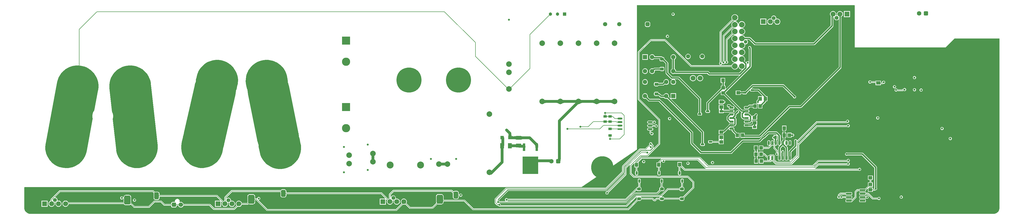
<source format=gbl>
G04*
G04 #@! TF.GenerationSoftware,Altium Limited,Altium Designer,23.9.2 (47)*
G04*
G04 Layer_Physical_Order=4*
G04 Layer_Color=16711680*
%FSLAX44Y44*%
%MOMM*%
G71*
G04*
G04 #@! TF.SameCoordinates,B1C0779B-3EB0-494A-A092-0BE117C51D64*
G04*
G04*
G04 #@! TF.FilePolarity,Positive*
G04*
G01*
G75*
%ADD13C,0.2540*%
%ADD14C,0.2000*%
G04:AMPARAMS|DCode=16|XSize=0.65mm|YSize=1.25mm|CornerRadius=0.1625mm|HoleSize=0mm|Usage=FLASHONLY|Rotation=180.000|XOffset=0mm|YOffset=0mm|HoleType=Round|Shape=RoundedRectangle|*
%AMROUNDEDRECTD16*
21,1,0.6500,0.9250,0,0,180.0*
21,1,0.3250,1.2500,0,0,180.0*
1,1,0.3250,-0.1625,0.4625*
1,1,0.3250,0.1625,0.4625*
1,1,0.3250,0.1625,-0.4625*
1,1,0.3250,-0.1625,-0.4625*
%
%ADD16ROUNDEDRECTD16*%
G04:AMPARAMS|DCode=19|XSize=0.6mm|YSize=1.45mm|CornerRadius=0.15mm|HoleSize=0mm|Usage=FLASHONLY|Rotation=0.000|XOffset=0mm|YOffset=0mm|HoleType=Round|Shape=RoundedRectangle|*
%AMROUNDEDRECTD19*
21,1,0.6000,1.1500,0,0,0.0*
21,1,0.3000,1.4500,0,0,0.0*
1,1,0.3000,0.1500,-0.5750*
1,1,0.3000,-0.1500,-0.5750*
1,1,0.3000,-0.1500,0.5750*
1,1,0.3000,0.1500,0.5750*
%
%ADD19ROUNDEDRECTD19*%
%ADD22R,1.3000X0.9000*%
%ADD23R,0.9000X1.3000*%
%ADD24R,1.6000X1.2000*%
%ADD27R,1.1500X1.3500*%
G04:AMPARAMS|DCode=29|XSize=3.3mm|YSize=2.3mm|CornerRadius=0.575mm|HoleSize=0mm|Usage=FLASHONLY|Rotation=270.000|XOffset=0mm|YOffset=0mm|HoleType=Round|Shape=RoundedRectangle|*
%AMROUNDEDRECTD29*
21,1,3.3000,1.1500,0,0,270.0*
21,1,2.1500,2.3000,0,0,270.0*
1,1,1.1500,-0.5750,-1.0750*
1,1,1.1500,-0.5750,1.0750*
1,1,1.1500,0.5750,1.0750*
1,1,1.1500,0.5750,-1.0750*
%
%ADD29ROUNDEDRECTD29*%
%ADD30R,1.3500X1.1500*%
G04:AMPARAMS|DCode=34|XSize=1.7mm|YSize=2.5mm|CornerRadius=0.425mm|HoleSize=0mm|Usage=FLASHONLY|Rotation=0.000|XOffset=0mm|YOffset=0mm|HoleType=Round|Shape=RoundedRectangle|*
%AMROUNDEDRECTD34*
21,1,1.7000,1.6500,0,0,0.0*
21,1,0.8500,2.5000,0,0,0.0*
1,1,0.8500,0.4250,-0.8250*
1,1,0.8500,-0.4250,-0.8250*
1,1,0.8500,-0.4250,0.8250*
1,1,0.8500,0.4250,0.8250*
%
%ADD34ROUNDEDRECTD34*%
G04:AMPARAMS|DCode=35|XSize=0.65mm|YSize=1.25mm|CornerRadius=0.1625mm|HoleSize=0mm|Usage=FLASHONLY|Rotation=90.000|XOffset=0mm|YOffset=0mm|HoleType=Round|Shape=RoundedRectangle|*
%AMROUNDEDRECTD35*
21,1,0.6500,0.9250,0,0,90.0*
21,1,0.3250,1.2500,0,0,90.0*
1,1,0.3250,0.4625,0.1625*
1,1,0.3250,0.4625,-0.1625*
1,1,0.3250,-0.4625,-0.1625*
1,1,0.3250,-0.4625,0.1625*
%
%ADD35ROUNDEDRECTD35*%
%ADD36R,1.4000X1.9500*%
%ADD84C,1.0000*%
%ADD86C,0.5000*%
%ADD87C,1.8000*%
%ADD88R,1.8000X1.8000*%
%ADD89C,1.4000*%
%ADD90C,1.5000*%
%ADD91C,8.0000*%
%ADD92C,2.0000*%
%ADD93R,2.0000X2.0000*%
%ADD94C,1.3000*%
%ADD95C,2.5000*%
%ADD96C,9.0000*%
%ADD97R,2.9700X2.9700*%
%ADD98C,2.9700*%
%ADD99C,1.6000*%
%ADD100R,1.6000X1.6000*%
G04:AMPARAMS|DCode=101|XSize=1.6mm|YSize=1.6mm|CornerRadius=0.4mm|HoleSize=0mm|Usage=FLASHONLY|Rotation=180.000|XOffset=0mm|YOffset=0mm|HoleType=Round|Shape=RoundedRectangle|*
%AMROUNDEDRECTD101*
21,1,1.6000,0.8000,0,0,180.0*
21,1,0.8000,1.6000,0,0,180.0*
1,1,0.8000,-0.4000,0.4000*
1,1,0.8000,0.4000,0.4000*
1,1,0.8000,0.4000,-0.4000*
1,1,0.8000,-0.4000,-0.4000*
%
%ADD101ROUNDEDRECTD101*%
G04:AMPARAMS|DCode=102|XSize=1.5mm|YSize=1.5mm|CornerRadius=0.375mm|HoleSize=0mm|Usage=FLASHONLY|Rotation=180.000|XOffset=0mm|YOffset=0mm|HoleType=Round|Shape=RoundedRectangle|*
%AMROUNDEDRECTD102*
21,1,1.5000,0.7500,0,0,180.0*
21,1,0.7500,1.5000,0,0,180.0*
1,1,0.7500,-0.3750,0.3750*
1,1,0.7500,0.3750,0.3750*
1,1,0.7500,0.3750,-0.3750*
1,1,0.7500,-0.3750,-0.3750*
%
%ADD102ROUNDEDRECTD102*%
%ADD103C,1.2000*%
%ADD104R,1.2000X1.2000*%
%ADD105C,0.7000*%
G04:AMPARAMS|DCode=106|XSize=1.97mm|YSize=0.6mm|CornerRadius=0.075mm|HoleSize=0mm|Usage=FLASHONLY|Rotation=0.000|XOffset=0mm|YOffset=0mm|HoleType=Round|Shape=RoundedRectangle|*
%AMROUNDEDRECTD106*
21,1,1.9700,0.4500,0,0,0.0*
21,1,1.8200,0.6000,0,0,0.0*
1,1,0.1500,0.9100,-0.2250*
1,1,0.1500,-0.9100,-0.2250*
1,1,0.1500,-0.9100,0.2250*
1,1,0.1500,0.9100,0.2250*
%
%ADD106ROUNDEDRECTD106*%
%ADD107O,1.8000X0.6000*%
%ADD108R,1.8000X0.6000*%
G04:AMPARAMS|DCode=109|XSize=1.3mm|YSize=1.1mm|CornerRadius=0.275mm|HoleSize=0mm|Usage=FLASHONLY|Rotation=180.000|XOffset=0mm|YOffset=0mm|HoleType=Round|Shape=RoundedRectangle|*
%AMROUNDEDRECTD109*
21,1,1.3000,0.5500,0,0,180.0*
21,1,0.7500,1.1000,0,0,180.0*
1,1,0.5500,-0.3750,0.2750*
1,1,0.5500,0.3750,0.2750*
1,1,0.5500,0.3750,-0.2750*
1,1,0.5500,-0.3750,-0.2750*
%
%ADD109ROUNDEDRECTD109*%
%ADD110R,0.9700X2.8300*%
%ADD111R,5.6300X6.3500*%
G04:AMPARAMS|DCode=112|XSize=0.6mm|YSize=1.55mm|CornerRadius=0.15mm|HoleSize=0mm|Usage=FLASHONLY|Rotation=90.000|XOffset=0mm|YOffset=0mm|HoleType=Round|Shape=RoundedRectangle|*
%AMROUNDEDRECTD112*
21,1,0.6000,1.2500,0,0,90.0*
21,1,0.3000,1.5500,0,0,90.0*
1,1,0.3000,0.6250,0.1500*
1,1,0.3000,0.6250,-0.1500*
1,1,0.3000,-0.6250,-0.1500*
1,1,0.3000,-0.6250,0.1500*
%
%ADD112ROUNDEDRECTD112*%
%ADD113R,1.9500X1.4000*%
%ADD114R,1.2000X1.2000*%
G36*
X2112859Y398000D02*
X2112431Y398380D01*
X2111931Y398720D01*
X2111358Y399020D01*
X2110715Y399280D01*
X2109999Y399500D01*
X2109211Y399680D01*
X2108351Y399820D01*
X2107419Y399920D01*
X2105340Y400000D01*
Y410000D01*
X2106415Y410020D01*
X2108351Y410180D01*
X2109211Y410320D01*
X2109999Y410500D01*
X2110715Y410720D01*
X2111358Y410980D01*
X2111931Y411280D01*
X2112431Y411620D01*
X2112859Y412000D01*
Y398000D01*
D02*
G37*
G36*
X2062569Y411620D02*
X2063069Y411280D01*
X2063642Y410980D01*
X2064285Y410720D01*
X2065001Y410500D01*
X2065789Y410320D01*
X2066649Y410180D01*
X2067581Y410080D01*
X2069660Y410000D01*
Y400000D01*
X2068585Y399980D01*
X2066649Y399820D01*
X2065789Y399680D01*
X2065001Y399500D01*
X2064285Y399280D01*
X2063642Y399020D01*
X2063069Y398720D01*
X2062569Y398380D01*
X2062141Y398000D01*
Y412000D01*
X2062569Y411620D01*
D02*
G37*
G36*
X2047859Y398000D02*
X2047431Y398380D01*
X2046931Y398720D01*
X2046358Y399020D01*
X2045715Y399280D01*
X2044999Y399500D01*
X2044211Y399680D01*
X2043351Y399820D01*
X2042419Y399920D01*
X2040340Y400000D01*
Y410000D01*
X2041415Y410020D01*
X2043351Y410180D01*
X2044211Y410320D01*
X2044999Y410500D01*
X2045715Y410720D01*
X2046358Y410980D01*
X2046931Y411280D01*
X2047431Y411620D01*
X2047859Y412000D01*
Y398000D01*
D02*
G37*
G36*
X1997569Y411620D02*
X1998069Y411280D01*
X1998642Y410980D01*
X1999285Y410720D01*
X2000001Y410500D01*
X2000789Y410320D01*
X2001649Y410180D01*
X2002581Y410080D01*
X2004660Y410000D01*
Y400000D01*
X2003585Y399980D01*
X2001649Y399820D01*
X2000789Y399680D01*
X2000001Y399500D01*
X1999285Y399280D01*
X1998642Y399020D01*
X1998069Y398720D01*
X1997569Y398380D01*
X1997141Y398000D01*
Y412000D01*
X1997569Y411620D01*
D02*
G37*
G36*
X1932569D02*
X1933069Y411280D01*
X1933642Y410980D01*
X1934285Y410720D01*
X1935001Y410500D01*
X1935789Y410320D01*
X1936649Y410180D01*
X1937581Y410080D01*
X1939660Y410000D01*
Y400000D01*
X1938585Y399980D01*
X1936649Y399820D01*
X1935789Y399680D01*
X1935001Y399500D01*
X1934285Y399280D01*
X1933642Y399020D01*
X1933069Y398720D01*
X1932569Y398380D01*
X1932141Y398000D01*
Y412000D01*
X1932569Y411620D01*
D02*
G37*
G36*
X1917859Y398000D02*
X1917431Y398380D01*
X1916931Y398720D01*
X1916358Y399020D01*
X1915715Y399280D01*
X1914999Y399500D01*
X1914211Y399680D01*
X1913351Y399820D01*
X1912419Y399920D01*
X1910340Y400000D01*
Y410000D01*
X1911416Y410020D01*
X1913351Y410180D01*
X1914211Y410320D01*
X1914999Y410500D01*
X1915715Y410720D01*
X1916358Y410980D01*
X1916931Y411280D01*
X1917431Y411620D01*
X1917859Y412000D01*
Y398000D01*
D02*
G37*
G36*
X1867569Y411620D02*
X1868069Y411280D01*
X1868642Y410980D01*
X1869285Y410720D01*
X1870001Y410500D01*
X1870789Y410320D01*
X1871649Y410180D01*
X1872581Y410080D01*
X1874660Y410000D01*
Y400000D01*
X1873585Y399980D01*
X1871649Y399820D01*
X1870789Y399680D01*
X1870001Y399500D01*
X1869285Y399280D01*
X1868642Y399020D01*
X1868069Y398720D01*
X1867569Y398380D01*
X1867142Y398000D01*
Y412000D01*
X1867569Y411620D01*
D02*
G37*
G36*
X1749010Y288284D02*
X1749475Y281782D01*
X1749621Y281331D01*
X1749785Y281060D01*
X1749969Y280970D01*
X1738031D01*
X1738215Y281060D01*
X1738380Y281331D01*
X1738525Y281782D01*
X1738651Y282414D01*
X1738758Y283227D01*
X1738913Y285394D01*
X1739000Y290000D01*
X1749000D01*
X1749010Y288284D01*
D02*
G37*
G36*
X1765280Y267031D02*
X1765181Y267500D01*
X1764881Y267920D01*
X1764380Y268290D01*
X1763681Y268611D01*
X1762780Y268883D01*
X1761680Y269105D01*
X1760381Y269278D01*
X1758158Y269415D01*
X1749969Y269030D01*
Y280970D01*
X1750069Y280690D01*
X1750370Y280441D01*
X1750869Y280220D01*
X1751570Y280029D01*
X1752469Y279867D01*
X1753569Y279735D01*
X1756369Y279559D01*
X1757569Y279539D01*
X1762780Y279867D01*
X1763681Y280029D01*
X1764380Y280220D01*
X1764881Y280441D01*
X1765181Y280690D01*
X1765280Y280970D01*
Y267031D01*
D02*
G37*
G36*
X1784819Y280595D02*
X1785119Y280261D01*
X1785620Y279965D01*
X1786319Y279709D01*
X1787220Y279492D01*
X1788320Y279315D01*
X1789619Y279177D01*
X1792820Y279020D01*
X1794720Y279000D01*
Y269000D01*
X1792820Y268980D01*
X1788320Y268685D01*
X1787220Y268508D01*
X1786319Y268291D01*
X1785620Y268035D01*
X1785119Y267740D01*
X1784819Y267405D01*
X1784720Y267031D01*
Y280970D01*
X1784819Y280595D01*
D02*
G37*
G36*
X1836253Y259847D02*
X1839865Y256665D01*
X1840901Y255887D01*
X1841853Y255251D01*
X1842720Y254756D01*
X1843504Y254402D01*
X1844204Y254190D01*
X1844819Y254119D01*
X1835181Y239677D01*
X1835619Y240582D01*
X1835803Y241600D01*
X1835733Y242731D01*
X1835408Y243976D01*
X1834828Y245333D01*
X1833994Y246804D01*
X1832904Y248388D01*
X1831561Y250085D01*
X1829962Y251896D01*
X1828109Y253820D01*
X1834881Y261191D01*
X1836253Y259847D01*
D02*
G37*
G36*
X696602Y554977D02*
X704383Y554111D01*
X712031Y552440D01*
X719465Y549982D01*
X726601Y546764D01*
X733364Y542820D01*
X739680Y538194D01*
X745480Y532935D01*
X750701Y527101D01*
X755286Y520755D01*
X759186Y513967D01*
X762358Y506809D01*
X764768Y499360D01*
X766389Y491701D01*
X767204Y483914D01*
Y480000D01*
X767204Y477922D01*
X766974Y473773D01*
X766514Y469642D01*
X765827Y465544D01*
X765370Y463517D01*
X765370Y463517D01*
X765370Y463517D01*
X763680Y456013D01*
X763315Y454392D01*
X762441Y451184D01*
X761426Y448018D01*
X760272Y444901D01*
X759627Y443369D01*
X759553Y441708D01*
X759259Y438397D01*
X758818Y435101D01*
X758232Y431829D01*
X757867Y430207D01*
X757867Y430207D01*
X757867Y430207D01*
X719260Y258828D01*
X719107Y258146D01*
X718774Y256790D01*
X718417Y255439D01*
X718034Y254096D01*
X717831Y253428D01*
X717728Y252737D01*
X717498Y251360D01*
X717242Y249986D01*
X717066Y249132D01*
X716807Y247940D01*
X716807Y247937D01*
X716807Y247937D01*
X716807Y247937D01*
X715580Y242491D01*
X715393Y241660D01*
X714980Y240006D01*
X714531Y238363D01*
X714044Y236729D01*
X713782Y235918D01*
X713671Y235073D01*
X713410Y233389D01*
X713112Y231711D01*
X712842Y230374D01*
X712588Y229209D01*
X712588Y229209D01*
X712588Y229209D01*
X711361Y223763D01*
X710435Y219654D01*
X707676Y211695D01*
X704042Y204095D01*
X699580Y196949D01*
X694346Y190348D01*
X688406Y184374D01*
X681835Y179103D01*
X674715Y174601D01*
X667135Y170924D01*
X659191Y168120D01*
X650984Y166222D01*
X642615Y165255D01*
X634191Y165231D01*
X625817Y166151D01*
X617599Y168002D01*
X609639Y170762D01*
X602039Y174396D01*
X594893Y178857D01*
X588292Y184091D01*
X582318Y190031D01*
X577048Y196603D01*
X572545Y203723D01*
X568869Y211303D01*
X566064Y219246D01*
X564166Y227454D01*
X563199Y235823D01*
X563176Y244247D01*
X564095Y252621D01*
X566435Y263006D01*
X566847Y264660D01*
X567297Y266304D01*
X567784Y267937D01*
X568046Y268748D01*
X568157Y269593D01*
X568417Y271277D01*
X568716Y272955D01*
X569052Y274626D01*
X569240Y275457D01*
X569240Y275457D01*
X570620Y281584D01*
X570952Y282941D01*
X571310Y284291D01*
X571692Y285635D01*
X571896Y286303D01*
X571998Y286994D01*
X572229Y288371D01*
X572485Y289744D01*
X572766Y291112D01*
X572920Y291794D01*
X611526Y463173D01*
X611891Y464795D01*
X612765Y468003D01*
X613780Y471168D01*
X614934Y474286D01*
X615579Y475818D01*
X615653Y477479D01*
X615947Y480790D01*
X616388Y484085D01*
X616974Y487358D01*
X617340Y488979D01*
X619890Y500302D01*
X622396Y507719D01*
X625661Y514835D01*
X629649Y521572D01*
X634316Y527858D01*
X639612Y533623D01*
X645480Y538806D01*
X651855Y543350D01*
X658669Y547206D01*
X665847Y550331D01*
X673312Y552692D01*
X680982Y554263D01*
X688773Y555028D01*
X696602Y554977D01*
D02*
G37*
G36*
X201964Y534319D02*
X209737Y532760D01*
X217302Y530390D01*
X224576Y527236D01*
X231477Y523333D01*
X237927Y518724D01*
X243857Y513461D01*
X249198Y507602D01*
X253892Y501213D01*
X257886Y494364D01*
X261136Y487133D01*
X263606Y479600D01*
X265268Y471848D01*
X266104Y463964D01*
Y458268D01*
X265944Y454808D01*
X265625Y451359D01*
X265146Y447929D01*
X264828Y446226D01*
X251192Y373232D01*
X249855Y371392D01*
X247211Y366203D01*
X245411Y360664D01*
X244500Y354912D01*
Y349088D01*
X245411Y343336D01*
X245535Y342954D01*
X223728Y226226D01*
X223728D01*
X222955Y222086D01*
X220490Y214030D01*
X217139Y206301D01*
X212944Y198996D01*
X207957Y192206D01*
X202242Y186017D01*
X195869Y180508D01*
X188920Y175746D01*
X181481Y171792D01*
X173646Y168696D01*
X165514Y166497D01*
X157186Y165222D01*
X148769Y164888D01*
X140367Y165498D01*
X132086Y167045D01*
X124030Y169510D01*
X116301Y172861D01*
X108996Y177056D01*
X102206Y182043D01*
X96017Y187758D01*
X90507Y194131D01*
X85746Y201080D01*
X81792Y208519D01*
X78696Y216354D01*
X76497Y224486D01*
X75223Y232814D01*
X74888Y241231D01*
X75498Y249633D01*
X76272Y253774D01*
X117372Y473774D01*
X117372D01*
X117372Y473774D01*
X118100Y477670D01*
X120369Y485267D01*
X123426Y492581D01*
X127238Y499533D01*
X131761Y506045D01*
X136945Y512043D01*
X142732Y517461D01*
X149058Y522240D01*
X155853Y526325D01*
X163041Y529670D01*
X170541Y532240D01*
X178270Y534005D01*
X186142Y534945D01*
X194069Y535050D01*
X201964Y534319D01*
D02*
G37*
G36*
X384467Y534989D02*
X392835Y534017D01*
X401042Y532115D01*
X408984Y529305D01*
X416561Y525625D01*
X423679Y521118D01*
X430247Y515844D01*
X436184Y509866D01*
X441414Y503262D01*
X445872Y496114D01*
X449501Y488512D01*
X452256Y480551D01*
X454103Y472332D01*
X454560Y468144D01*
X478591Y248144D01*
X478702Y247130D01*
X478868Y245097D01*
X478979Y243060D01*
X479035Y241020D01*
Y240000D01*
Y235934D01*
X478155Y227850D01*
X476408Y219908D01*
X473811Y212201D01*
X470397Y204821D01*
X466205Y197853D01*
X461285Y191378D01*
X455693Y185474D01*
X449496Y180209D01*
X442766Y175644D01*
X435582Y171834D01*
X428028Y168823D01*
X420193Y166646D01*
X412169Y165328D01*
X404049Y164886D01*
X395929Y165324D01*
X387904Y166638D01*
X380067Y168811D01*
X372512Y171819D01*
X365326Y175625D01*
X358594Y180187D01*
X352394Y185449D01*
X346800Y191351D01*
X341876Y197823D01*
X337681Y204789D01*
X334263Y212168D01*
X331664Y219873D01*
X329912Y227814D01*
X329470Y231856D01*
X329470Y231856D01*
X317368Y342655D01*
X317589Y343336D01*
X318500Y349088D01*
Y354912D01*
X317589Y360664D01*
X315789Y366203D01*
X314524Y368685D01*
X305440Y451856D01*
X304982Y456043D01*
X305011Y464467D01*
X305983Y472835D01*
X307885Y481042D01*
X310695Y488984D01*
X314375Y496561D01*
X318882Y503679D01*
X324156Y510247D01*
X330134Y516184D01*
X336738Y521414D01*
X343886Y525872D01*
X351488Y529501D01*
X359449Y532256D01*
X367668Y534103D01*
X376043Y535018D01*
X384467Y534989D01*
D02*
G37*
G36*
X876192Y554866D02*
X884535Y553702D01*
X892696Y551611D01*
X900571Y548620D01*
X908062Y544766D01*
X915074Y540097D01*
X921519Y534672D01*
X927317Y528560D01*
X932393Y521837D01*
X936685Y514588D01*
X940139Y506904D01*
X942710Y498882D01*
X943539Y494753D01*
X943539Y494752D01*
X943539D01*
X944893Y488003D01*
X945232Y486312D01*
X945754Y482903D01*
X946119Y479473D01*
X946326Y476030D01*
X946350Y474306D01*
X946993Y472706D01*
X948130Y469449D01*
X949116Y466144D01*
X949949Y462797D01*
X950288Y461107D01*
X950288Y461106D01*
X950288Y461106D01*
X984477Y290684D01*
X984784Y289151D01*
X985271Y286061D01*
X985629Y282953D01*
X985856Y279834D01*
X985905Y278270D01*
X986463Y276809D01*
X987456Y273843D01*
X988325Y270838D01*
X989067Y267800D01*
X989375Y266266D01*
X989375Y266266D01*
X989375Y266266D01*
X990358Y261368D01*
X990419Y261062D01*
X990537Y260448D01*
X990602Y260095D01*
X990808Y258911D01*
X990808Y258911D01*
X990810Y258903D01*
X991072Y257750D01*
X991098Y257629D01*
X991338Y256480D01*
X991340Y256470D01*
X991340D01*
X991340Y256470D01*
X992688Y249751D01*
X993237Y246079D01*
X993604Y242384D01*
X993788Y238675D01*
Y232873D01*
X992960Y225024D01*
X991313Y217306D01*
X988865Y209802D01*
X985643Y202598D01*
X981683Y195771D01*
X977028Y189397D01*
X971730Y183547D01*
X965848Y178285D01*
X959446Y173670D01*
X952595Y169752D01*
X945370Y166574D01*
X937852Y164172D01*
X930124Y162572D01*
X922270Y161792D01*
X914378Y161841D01*
X906534Y162717D01*
X898826Y164412D01*
X891338Y166906D01*
X884153Y170172D01*
X877351Y174174D01*
X871006Y178868D01*
X865189Y184201D01*
X859963Y190116D01*
X855387Y196546D01*
X851511Y203421D01*
X848378Y210665D01*
X846022Y218197D01*
X845246Y222066D01*
X844263Y226965D01*
X844202Y227271D01*
X844084Y227885D01*
X844019Y228238D01*
X843812Y229422D01*
X843812Y229422D01*
X843549Y230583D01*
X843470Y230946D01*
X843342Y231557D01*
X843280Y231863D01*
X843280D01*
X841990Y238295D01*
X841503Y241385D01*
X841146Y244492D01*
X840918Y247612D01*
X840869Y249175D01*
X840311Y250636D01*
X839318Y253602D01*
X838449Y256607D01*
X837707Y259645D01*
X837399Y261179D01*
X803211Y431601D01*
X802872Y433292D01*
X802350Y436702D01*
X801985Y440131D01*
X801778Y443574D01*
X801753Y445298D01*
X801111Y446899D01*
X799974Y450155D01*
X798988Y453460D01*
X798155Y456807D01*
X796461Y465247D01*
X795633Y469377D01*
X794911Y477771D01*
X795134Y486192D01*
X796298Y494535D01*
X798389Y502696D01*
X801380Y510571D01*
X805234Y518062D01*
X809903Y525074D01*
X815328Y531519D01*
X821440Y537317D01*
X828163Y542393D01*
X835412Y546685D01*
X843095Y550139D01*
X851118Y552710D01*
X859377Y554367D01*
X867771Y555089D01*
X876192Y554866D01*
D02*
G37*
G36*
X2981996Y752354D02*
X2982354Y751995D01*
X2982548Y751527D01*
Y600298D01*
X3308496D01*
X3340373Y632174D01*
X3341274Y632548D01*
X3501527D01*
X3501995Y632354D01*
X3502354Y631995D01*
X3502548Y631527D01*
X3502548Y631274D01*
X3502548Y21282D01*
X3502548Y21274D01*
Y19179D01*
X3501730Y15069D01*
X3500126Y11197D01*
X3497798Y7713D01*
X3494835Y4749D01*
X3491351Y2421D01*
X3487479Y817D01*
X3483369Y0D01*
X19179D01*
X15069Y817D01*
X11197Y2421D01*
X7713Y4749D01*
X4749Y7713D01*
X2421Y11197D01*
X817Y15069D01*
X0Y19179D01*
Y21274D01*
Y95527D01*
X194Y95995D01*
X552Y96354D01*
X1020Y96547D01*
X1274Y96547D01*
X2000882Y96548D01*
X2200250Y232198D01*
Y750516D01*
X2200035Y750806D01*
X2199974Y751525D01*
X2200299Y752169D01*
X2200913Y752548D01*
X2201274D01*
X2981274Y752548D01*
X2981527D01*
X2981996Y752354D01*
D02*
G37*
%LPC*%
G36*
X2930948Y731400D02*
X2928052D01*
X2925254Y730650D01*
X2922746Y729202D01*
X2920698Y727154D01*
X2919250Y724646D01*
X2918500Y721848D01*
Y718952D01*
X2918997Y717097D01*
X2918543Y716484D01*
X2917976Y716000D01*
X2916024D01*
X2915457Y716484D01*
X2915003Y717097D01*
X2915500Y718952D01*
Y721848D01*
X2914750Y724646D01*
X2913302Y727154D01*
X2911254Y729202D01*
X2908746Y730650D01*
X2905948Y731400D01*
X2903052D01*
X2900254Y730650D01*
X2897746Y729202D01*
X2895698Y727154D01*
X2894250Y724646D01*
X2893500Y721848D01*
Y718952D01*
X2894250Y716154D01*
X2895698Y713646D01*
X2896737Y712607D01*
X2896412Y710971D01*
Y679901D01*
X2834099Y617588D01*
X2626650D01*
X2608494Y635744D01*
X2607006Y636739D01*
X2605250Y637088D01*
X2587944D01*
X2587932Y637132D01*
X2586353Y639868D01*
X2584118Y642102D01*
X2581382Y643682D01*
X2578917Y644343D01*
Y645657D01*
X2581382Y646318D01*
X2584118Y647898D01*
X2586353Y650132D01*
X2587932Y652868D01*
X2588750Y655920D01*
Y659080D01*
X2587932Y662132D01*
X2586353Y664868D01*
X2584118Y667102D01*
X2581382Y668682D01*
X2578917Y669343D01*
Y670657D01*
X2581382Y671318D01*
X2584118Y672898D01*
X2586353Y675132D01*
X2587932Y677868D01*
X2588750Y680920D01*
Y684080D01*
X2587932Y687132D01*
X2586353Y689868D01*
X2584118Y692102D01*
X2581382Y693682D01*
X2578330Y694500D01*
X2575170D01*
X2572118Y693682D01*
X2569382Y692102D01*
X2567148Y689868D01*
X2565568Y687132D01*
X2564908Y684667D01*
X2563593D01*
X2562932Y687132D01*
X2561353Y689868D01*
X2559118Y692102D01*
X2556382Y693682D01*
X2553917Y694343D01*
Y695657D01*
X2556382Y696318D01*
X2559118Y697898D01*
X2561353Y700132D01*
X2562932Y702868D01*
X2563750Y705920D01*
Y709080D01*
X2562932Y712132D01*
X2561353Y714868D01*
X2559118Y717102D01*
X2556382Y718682D01*
X2553330Y719500D01*
X2550170D01*
X2547118Y718682D01*
X2544382Y717102D01*
X2542148Y714868D01*
X2540568Y712132D01*
X2539750Y709080D01*
Y705920D01*
X2540568Y702868D01*
X2541382Y701458D01*
X2498587Y658663D01*
X2497924Y657671D01*
X2497691Y656500D01*
X2497691Y656500D01*
Y547186D01*
X2497634Y547163D01*
X2496087Y545616D01*
X2495250Y543594D01*
Y541406D01*
X2496087Y539384D01*
X2497634Y537837D01*
X2499656Y537000D01*
X2501844D01*
X2503866Y537837D01*
X2505413Y539384D01*
X2506109Y541067D01*
X2507121Y541437D01*
X2507520Y541452D01*
X2508134Y540837D01*
X2510156Y540000D01*
X2512344D01*
X2514366Y540837D01*
X2515913Y542384D01*
X2516283Y543279D01*
X2516370Y543329D01*
X2517741Y543481D01*
X2518884Y542337D01*
X2520906Y541500D01*
X2523094D01*
X2525116Y542337D01*
X2526663Y543885D01*
X2527500Y545906D01*
Y548094D01*
X2526663Y550116D01*
X2525116Y551663D01*
X2525059Y551686D01*
Y626483D01*
X2545708Y647132D01*
X2547118Y646318D01*
X2549583Y645657D01*
Y644343D01*
X2547118Y643682D01*
X2544382Y642102D01*
X2542148Y639868D01*
X2540568Y637132D01*
X2539750Y634080D01*
Y630920D01*
X2540568Y627868D01*
X2542148Y625132D01*
X2544382Y622898D01*
X2547118Y621318D01*
X2549583Y620657D01*
Y619343D01*
X2547118Y618682D01*
X2544382Y617102D01*
X2542148Y614868D01*
X2540568Y612132D01*
X2539750Y609080D01*
Y605920D01*
X2540568Y602868D01*
X2542148Y600132D01*
X2544382Y597898D01*
X2547118Y596318D01*
X2549583Y595657D01*
Y594343D01*
X2547118Y593682D01*
X2544382Y592102D01*
X2542148Y589868D01*
X2540568Y587132D01*
X2539750Y584080D01*
Y580920D01*
X2540568Y577868D01*
X2542148Y575132D01*
X2544382Y572898D01*
X2547118Y571318D01*
X2549583Y570657D01*
Y569343D01*
X2547118Y568682D01*
X2544382Y567102D01*
X2542148Y564868D01*
X2540568Y562132D01*
X2539750Y559080D01*
Y555920D01*
X2540568Y552868D01*
X2542148Y550132D01*
X2544382Y547898D01*
X2547118Y546318D01*
X2549583Y545657D01*
Y544343D01*
X2547118Y543682D01*
X2544382Y542102D01*
X2542148Y539868D01*
X2540568Y537132D01*
X2540146Y535559D01*
X2396517D01*
X2303663Y628413D01*
X2302670Y629076D01*
X2301500Y629309D01*
X2301500Y629309D01*
X2249500D01*
X2248329Y629076D01*
X2247337Y628413D01*
X2247337Y628413D01*
X2204445Y585521D01*
X2203782Y584529D01*
X2203549Y583358D01*
X2203549Y583358D01*
Y413392D01*
X2203549Y413392D01*
X2203782Y412221D01*
X2204445Y411229D01*
X2214328Y401347D01*
X2214328Y401347D01*
X2214328Y401347D01*
X2276924Y338751D01*
Y253515D01*
X2261624Y238216D01*
X2260354Y238742D01*
Y244980D01*
X2260100Y246256D01*
X2259377Y247337D01*
X2255000Y251715D01*
Y253594D01*
X2254163Y255616D01*
X2252616Y257163D01*
X2250594Y258000D01*
X2248406D01*
X2246384Y257163D01*
X2244837Y255616D01*
X2244000Y253594D01*
Y251406D01*
X2244789Y249500D01*
X2244583Y248927D01*
X2244196Y248230D01*
X2243672D01*
X2242501Y247997D01*
X2241509Y247334D01*
X2241509Y247334D01*
X2229416Y235242D01*
X2211534D01*
X2211534Y235242D01*
X2210364Y235009D01*
X2209371Y234346D01*
X2148047Y173021D01*
X2147384Y172029D01*
X2147151Y170858D01*
X2147151Y170858D01*
Y152977D01*
X2087983Y93809D01*
X1729750D01*
X1729750Y93809D01*
X1728580Y93576D01*
X1727587Y92913D01*
X1690587Y55913D01*
X1689924Y54921D01*
X1689691Y53750D01*
X1689691Y53750D01*
Y39422D01*
X1689691Y39422D01*
X1689924Y38251D01*
X1690587Y37259D01*
X1697258Y30587D01*
X1698251Y29924D01*
X1699421Y29692D01*
X1699421Y29692D01*
X1700460D01*
X1700587Y29385D01*
X1702135Y27837D01*
X1704156Y27000D01*
X1706344D01*
X1706401Y27023D01*
X1707587Y25837D01*
X1707587Y25837D01*
X1708580Y25174D01*
X1709750Y24941D01*
X1709750Y24941D01*
X2161250D01*
X2161250Y24941D01*
X2162421Y25174D01*
X2163413Y25837D01*
X2198762Y61186D01*
X2199234Y61078D01*
X2199804Y59644D01*
X2199276Y58853D01*
X2198907Y57000D01*
Y51500D01*
X2198993Y51069D01*
X2166983Y19059D01*
X1613267D01*
X1582413Y49913D01*
X1581420Y50576D01*
X1580250Y50809D01*
X1580250Y50809D01*
X1505567D01*
Y63250D01*
X1505300Y65273D01*
X1504520Y67158D01*
X1503277Y68777D01*
X1501658Y70020D01*
X1499773Y70800D01*
X1497750Y71067D01*
X1486250D01*
X1484227Y70800D01*
X1482342Y70020D01*
X1480723Y68777D01*
X1479480Y67158D01*
X1478699Y65273D01*
X1478433Y63250D01*
Y41750D01*
X1478699Y39727D01*
X1479051Y38877D01*
X1465233Y25059D01*
X1464000D01*
X1462829Y24826D01*
X1462205Y24409D01*
X1386517D01*
X1372386Y38540D01*
X1373000Y39604D01*
X1373750Y42402D01*
Y45298D01*
X1373000Y48096D01*
X1371552Y50604D01*
X1369504Y52652D01*
X1366996Y54100D01*
X1364198Y54850D01*
X1361302D01*
X1358504Y54100D01*
X1355996Y52652D01*
X1353948Y50604D01*
X1352500Y48096D01*
X1351750Y45298D01*
Y42402D01*
X1352500Y39604D01*
X1353948Y37096D01*
X1354359Y36685D01*
X1334233Y16559D01*
X873249D01*
X841430Y48378D01*
X841956Y49648D01*
X842742D01*
X844763Y50485D01*
X846311Y52032D01*
X847148Y54054D01*
Y56242D01*
X846311Y58263D01*
X844763Y59811D01*
X842742Y60648D01*
X840554D01*
X838532Y59811D01*
X836985Y58263D01*
X836148Y56242D01*
Y55456D01*
X835743Y55136D01*
X834878Y54841D01*
X834153Y55326D01*
X832982Y55559D01*
X832982Y55559D01*
X828567D01*
Y63250D01*
X828301Y65273D01*
X827520Y67158D01*
X826277Y68777D01*
X824659Y70020D01*
X822773Y70800D01*
X820750Y71067D01*
X809250D01*
X807227Y70800D01*
X805342Y70020D01*
X803723Y68777D01*
X802480Y67158D01*
X801700Y65273D01*
X801433Y63250D01*
Y41750D01*
X801635Y40219D01*
X800324Y38909D01*
X780818D01*
X780500Y40096D01*
X779052Y42604D01*
X777004Y44652D01*
X774496Y46100D01*
X771698Y46850D01*
X768802D01*
X766004Y46100D01*
X763496Y44652D01*
X761448Y42604D01*
X760000Y40096D01*
X759250Y37298D01*
Y34402D01*
X760000Y31604D01*
X761108Y29684D01*
X751983Y20559D01*
X681767D01*
X667563Y34763D01*
X666571Y35426D01*
X665400Y35659D01*
X665400Y35659D01*
X571533D01*
X571319Y36460D01*
X570002Y38740D01*
X568140Y40602D01*
X565860Y41919D01*
X563316Y42600D01*
X560684D01*
X558695Y42067D01*
X557666Y42978D01*
X557640Y43036D01*
X558000Y44381D01*
Y46619D01*
X557421Y48781D01*
X556302Y50719D01*
X554719Y52302D01*
X552781Y53421D01*
X550619Y54000D01*
X548381D01*
X546219Y53421D01*
X544281Y52302D01*
X542698Y50719D01*
X541579Y48781D01*
X541000Y46619D01*
Y44381D01*
X541119Y43938D01*
X540131Y42717D01*
X533000D01*
X530659Y42252D01*
X528674Y40926D01*
X527348Y38941D01*
X526883Y36600D01*
Y35659D01*
X504167D01*
X493163Y46663D01*
X492170Y47326D01*
X491000Y47559D01*
X491000Y47559D01*
X466750D01*
X466750Y47559D01*
X465579Y47326D01*
X464587Y46663D01*
X464587Y46663D01*
X445983Y28059D01*
X395767D01*
X384157Y39669D01*
X383567Y40063D01*
Y60250D01*
X383301Y62273D01*
X382520Y64158D01*
X381277Y65777D01*
X379659Y67020D01*
X377773Y67800D01*
X375750Y68067D01*
X364250D01*
X362227Y67800D01*
X360342Y67020D01*
X358723Y65777D01*
X357480Y64158D01*
X356699Y62273D01*
X356433Y60250D01*
Y58554D01*
X355250Y58344D01*
X354413Y60366D01*
X352865Y61913D01*
X350844Y62750D01*
X348656D01*
X346634Y61913D01*
X345087Y60366D01*
X344250Y58344D01*
Y56156D01*
X345087Y54134D01*
X346634Y52587D01*
X348656Y51750D01*
X350844D01*
X352865Y52587D01*
X354413Y54134D01*
X355250Y56156D01*
X356433Y55946D01*
Y41559D01*
X157339D01*
X156302Y43354D01*
X154254Y45402D01*
X151746Y46850D01*
X148948Y47600D01*
X146052D01*
X143254Y46850D01*
X140746Y45402D01*
X138698Y43354D01*
X137250Y40846D01*
X136500Y38048D01*
Y35152D01*
X137250Y32354D01*
X138698Y29846D01*
X140746Y27798D01*
X143254Y26350D01*
X146052Y25600D01*
X148948D01*
X151746Y26350D01*
X154254Y27798D01*
X156302Y29846D01*
X157750Y32354D01*
X158500Y35152D01*
Y35441D01*
X357232D01*
X357480Y34842D01*
X358723Y33223D01*
X360342Y31980D01*
X362227Y31200D01*
X364250Y30933D01*
X375750D01*
X377773Y31200D01*
X379658Y31980D01*
X381277Y33223D01*
X381910Y33264D01*
X392337Y22837D01*
X392337Y22837D01*
X393330Y22174D01*
X394500Y21941D01*
X394500Y21941D01*
X447250D01*
X447250Y21941D01*
X448420Y22174D01*
X449413Y22837D01*
X468017Y41441D01*
X489733D01*
X500737Y30437D01*
X500737Y30437D01*
X501730Y29774D01*
X502900Y29541D01*
X502900Y29541D01*
X526883D01*
Y28600D01*
X527348Y26259D01*
X528674Y24274D01*
X530659Y22948D01*
X533000Y22483D01*
X541000D01*
X543341Y22948D01*
X545326Y24274D01*
X546652Y26259D01*
X547118Y28600D01*
Y29541D01*
X552467D01*
X552682Y28740D01*
X553998Y26460D01*
X555860Y24598D01*
X558140Y23282D01*
X560684Y22600D01*
X563316D01*
X565860Y23282D01*
X568140Y24598D01*
X570002Y26460D01*
X571319Y28740D01*
X571533Y29541D01*
X664133D01*
X678337Y15337D01*
X678337Y15337D01*
X679330Y14674D01*
X680500Y14441D01*
X753250D01*
X753250Y14441D01*
X754420Y14674D01*
X755413Y15337D01*
X765796Y25720D01*
X766004Y25600D01*
X768802Y24850D01*
X771698D01*
X774496Y25600D01*
X777004Y27048D01*
X779052Y29096D01*
X780500Y31604D01*
X780818Y32791D01*
X801591D01*
X801591Y32791D01*
X802762Y33024D01*
X803754Y33687D01*
X805175Y35108D01*
X805342Y34980D01*
X807227Y34200D01*
X809250Y33933D01*
X820750D01*
X822773Y34200D01*
X824658Y34980D01*
X826277Y36223D01*
X827520Y37842D01*
X828301Y39727D01*
X828567Y41750D01*
Y49441D01*
X831715D01*
X869819Y11337D01*
X870812Y10674D01*
X871982Y10441D01*
X1335500D01*
X1335500Y10441D01*
X1336671Y10674D01*
X1337663Y11337D01*
X1359625Y33299D01*
X1361302Y32850D01*
X1364198D01*
X1366996Y33600D01*
X1368060Y34214D01*
X1383087Y19187D01*
X1383087Y19187D01*
X1384079Y18524D01*
X1385250Y18291D01*
X1385250Y18291D01*
X1463350D01*
X1463350Y18291D01*
X1464521Y18524D01*
X1465145Y18941D01*
X1466500D01*
X1466500Y18941D01*
X1467670Y19174D01*
X1468663Y19837D01*
X1483377Y34551D01*
X1484227Y34200D01*
X1486250Y33933D01*
X1497750D01*
X1499773Y34200D01*
X1501658Y34980D01*
X1503277Y36223D01*
X1504520Y37842D01*
X1505300Y39727D01*
X1505567Y41750D01*
Y44691D01*
X1578983D01*
X1609837Y13837D01*
X1610829Y13174D01*
X1612000Y12941D01*
X1612000Y12941D01*
X2168250D01*
X2168250Y12941D01*
X2169420Y13174D01*
X2170413Y13837D01*
X2203318Y46743D01*
X2203750Y46657D01*
X2211250D01*
X2213103Y47026D01*
X2214675Y48075D01*
X2215724Y49647D01*
X2216032Y51191D01*
X2255169D01*
X2259516Y46845D01*
X2259516Y46844D01*
X2260508Y46181D01*
X2261679Y45949D01*
X2265821D01*
X2265821Y45949D01*
X2266991Y46181D01*
X2267984Y46844D01*
X2272330Y51191D01*
X2280968D01*
X2281275Y49647D01*
X2282325Y48075D01*
X2283897Y47026D01*
X2285750Y46657D01*
X2293250D01*
X2295103Y47026D01*
X2296674Y48075D01*
X2297724Y49647D01*
X2298031Y51191D01*
X2352968D01*
X2353275Y49647D01*
X2354325Y48075D01*
X2355897Y47026D01*
X2357750Y46657D01*
X2365250D01*
X2367103Y47026D01*
X2368674Y48075D01*
X2369724Y49647D01*
X2370093Y51500D01*
Y57000D01*
X2370007Y57431D01*
X2405163Y92587D01*
X2405163Y92587D01*
X2405826Y93580D01*
X2406059Y94750D01*
X2406059Y94750D01*
Y114250D01*
X2405826Y115421D01*
X2405163Y116413D01*
X2385913Y135663D01*
X2384921Y136326D01*
X2383750Y136559D01*
X2383750Y136559D01*
X2286444D01*
X2285273Y136326D01*
X2284281Y135663D01*
X2284052Y135434D01*
X2274948D01*
X2274719Y135663D01*
X2273727Y136326D01*
X2272556Y136559D01*
X2272556Y136559D01*
X2190517D01*
X2180559Y146517D01*
Y173309D01*
X2189327Y182077D01*
X2190500Y181591D01*
Y167712D01*
X2195941D01*
Y155152D01*
X2194761Y154363D01*
X2193960Y153164D01*
X2193679Y151750D01*
Y142500D01*
X2193960Y141086D01*
X2194761Y139886D01*
X2195961Y139085D01*
X2197375Y138804D01*
X2200625D01*
X2202039Y139085D01*
X2203238Y139886D01*
X2204040Y141086D01*
X2204321Y142500D01*
Y151750D01*
X2204040Y153164D01*
X2203238Y154363D01*
X2202059Y155152D01*
Y167712D01*
X2206000D01*
Y185212D01*
X2205448D01*
X2204962Y186386D01*
X2217517Y198941D01*
X2286569D01*
X2287095Y197671D01*
X2277803Y188378D01*
X2277139Y187386D01*
X2276907Y186215D01*
X2276166Y185212D01*
X2270500D01*
Y167712D01*
X2276441D01*
Y155152D01*
X2275261Y154363D01*
X2274460Y153164D01*
X2274179Y151750D01*
Y142500D01*
X2274460Y141086D01*
X2275261Y139886D01*
X2276461Y139085D01*
X2277875Y138804D01*
X2281125D01*
X2282539Y139085D01*
X2283738Y139886D01*
X2284540Y141086D01*
X2284821Y142500D01*
Y151750D01*
X2284540Y153164D01*
X2283738Y154363D01*
X2282559Y155152D01*
Y167712D01*
X2286000D01*
Y185212D01*
X2284948D01*
X2284462Y186386D01*
X2288804Y190729D01*
X2290074Y190203D01*
Y188696D01*
X2290912Y186675D01*
X2292459Y185128D01*
X2294480Y184290D01*
X2296669D01*
X2298690Y185128D01*
X2300237Y186675D01*
X2301075Y188696D01*
Y190884D01*
X2300628Y191961D01*
X2301477Y193231D01*
X2416971D01*
X2446115Y164087D01*
X2447108Y163424D01*
X2447587Y163329D01*
X2447462Y162059D01*
X2373267D01*
X2361000Y174326D01*
Y186500D01*
X2345500D01*
Y169000D01*
X2349941D01*
Y155152D01*
X2348761Y154363D01*
X2347960Y153164D01*
X2347679Y151750D01*
Y142500D01*
X2347960Y141086D01*
X2348761Y139886D01*
X2349960Y139085D01*
X2351375Y138804D01*
X2354625D01*
X2356039Y139085D01*
X2357238Y139886D01*
X2358040Y141086D01*
X2358321Y142500D01*
Y151750D01*
X2358040Y153164D01*
X2357238Y154363D01*
X2356059Y155152D01*
Y169000D01*
X2357674D01*
X2369837Y156837D01*
X2370829Y156174D01*
X2372000Y155941D01*
X2372000Y155941D01*
X2996281D01*
X2996884Y155337D01*
X2998906Y154500D01*
X3001094D01*
X3003116Y155337D01*
X3004662Y156884D01*
X3005500Y158906D01*
Y161094D01*
X3004662Y163116D01*
X3003116Y164663D01*
X3001094Y165500D01*
X2998906D01*
X2996884Y164663D01*
X2995337Y163116D01*
X2994900Y162059D01*
X2839817D01*
X2839691Y163329D01*
X2840171Y163424D01*
X2841163Y164087D01*
X2852517Y175441D01*
X2955531D01*
X2955634Y175337D01*
X2957656Y174500D01*
X2959844D01*
X2961866Y175337D01*
X2963412Y176884D01*
X2964250Y178906D01*
Y181094D01*
X2963412Y183116D01*
X2961866Y184663D01*
X2959844Y185500D01*
X2957656D01*
X2955634Y184663D01*
X2954087Y183116D01*
X2953442Y181559D01*
X2851250D01*
X2850080Y181326D01*
X2849087Y180663D01*
X2837733Y169309D01*
X2835930D01*
X2835405Y170579D01*
X2852767Y187941D01*
X2956133D01*
X2956167Y187908D01*
X2958188Y187070D01*
X2960376D01*
X2962398Y187908D01*
X2963945Y189455D01*
X2964782Y191476D01*
Y193664D01*
X2963945Y195686D01*
X2962398Y197233D01*
X2960376Y198070D01*
X2958188D01*
X2956167Y197233D01*
X2954620Y195686D01*
X2953946Y194059D01*
X2851500D01*
X2851500Y194059D01*
X2850330Y193826D01*
X2849337Y193163D01*
X2849337Y193163D01*
X2831233Y175059D01*
X2457267D01*
X2428163Y204163D01*
X2427171Y204826D01*
X2426000Y205059D01*
X2426000Y205059D01*
X2216250D01*
X2216250Y205059D01*
X2215079Y204826D01*
X2214087Y204163D01*
X2197128Y187204D01*
X2196465Y186211D01*
X2196266Y185212D01*
X2194121D01*
X2193635Y186386D01*
X2214191Y206941D01*
X2237734D01*
X2237734Y206941D01*
X2238905Y207174D01*
X2239897Y207837D01*
X2282145Y250085D01*
X2282808Y251077D01*
X2283041Y252248D01*
Y340018D01*
X2283041Y340018D01*
X2282808Y341188D01*
X2282145Y342181D01*
X2282145Y342181D01*
X2218653Y405672D01*
X2218653Y405673D01*
X2209667Y414659D01*
Y582091D01*
X2250767Y623191D01*
X2300233D01*
X2393087Y530337D01*
X2393087Y530337D01*
X2394079Y529674D01*
X2395250Y529441D01*
X2540146D01*
X2540568Y527868D01*
X2542148Y525132D01*
X2544382Y522898D01*
X2547118Y521318D01*
X2550170Y520500D01*
X2553330D01*
X2556382Y521318D01*
X2559118Y522898D01*
X2561353Y525132D01*
X2562932Y527868D01*
X2563593Y530333D01*
X2564908D01*
X2565568Y527868D01*
X2567148Y525132D01*
X2569382Y522898D01*
X2572118Y521318D01*
X2575170Y520500D01*
X2576971D01*
X2577497Y519230D01*
X2567106Y508838D01*
X2462214D01*
X2457808Y513244D01*
X2456319Y514239D01*
X2454563Y514588D01*
X2340800D01*
Y515916D01*
X2340119Y518460D01*
X2338802Y520740D01*
X2336940Y522602D01*
X2335388Y523498D01*
Y556502D01*
X2336940Y557398D01*
X2338802Y559260D01*
X2340119Y561540D01*
X2340800Y564084D01*
Y566716D01*
X2340119Y569260D01*
X2338802Y571540D01*
X2336940Y573402D01*
X2334660Y574719D01*
X2332117Y575400D01*
X2329483D01*
X2326940Y574719D01*
X2324660Y573402D01*
X2322798Y571540D01*
X2321481Y569260D01*
X2320800Y566716D01*
Y564084D01*
X2321481Y561540D01*
X2322798Y559260D01*
X2324660Y557398D01*
X2326212Y556502D01*
Y523498D01*
X2324660Y522602D01*
X2322798Y520740D01*
X2321481Y518460D01*
X2320800Y515916D01*
Y513284D01*
X2321481Y510740D01*
X2322798Y508460D01*
X2324660Y506598D01*
X2326940Y505281D01*
X2329483Y504600D01*
X2332117D01*
X2334660Y505281D01*
X2336097Y506111D01*
X2336621Y505761D01*
X2338377Y505412D01*
X2452663D01*
X2457069Y501006D01*
X2458557Y500011D01*
X2460313Y499662D01*
X2566764D01*
X2567250Y498489D01*
X2519923Y451162D01*
X2518750Y451648D01*
Y462000D01*
X2514963D01*
Y472500D01*
X2516500D01*
Y490000D01*
X2501000D01*
Y472500D01*
X2505787D01*
Y462000D01*
X2501250D01*
Y452989D01*
X2451006Y402744D01*
X2450011Y401256D01*
X2449662Y399500D01*
Y374821D01*
X2449625D01*
X2448211Y374540D01*
X2447012Y373739D01*
X2446210Y372539D01*
X2445929Y371125D01*
Y367875D01*
X2446210Y366461D01*
X2447012Y365261D01*
X2448211Y364460D01*
X2449625Y364179D01*
X2458875D01*
X2460289Y364460D01*
X2461488Y365261D01*
X2462290Y366461D01*
X2462571Y367875D01*
Y371125D01*
X2462290Y372539D01*
X2461488Y373739D01*
X2460289Y374540D01*
X2458875Y374821D01*
X2458838D01*
Y397599D01*
X2500077Y438838D01*
X2501250Y438352D01*
Y428000D01*
X2512261D01*
X2573106Y367156D01*
X2574594Y366161D01*
X2575038Y366073D01*
X2575456Y364695D01*
X2575006Y364244D01*
X2574011Y362756D01*
X2573662Y361000D01*
Y349500D01*
X2574011Y347744D01*
X2575006Y346256D01*
X2579506Y341756D01*
X2580994Y340761D01*
X2582750Y340412D01*
X2586072D01*
X2586384Y340203D01*
X2587750Y339931D01*
X2600250D01*
X2601616Y340203D01*
X2602392Y340722D01*
X2603592Y340224D01*
X2603662Y340159D01*
Y337401D01*
X2603149Y336888D01*
X2601928D01*
X2601616Y337097D01*
X2600250Y337369D01*
X2587750D01*
X2586384Y337097D01*
X2585227Y336323D01*
X2584453Y335166D01*
X2584182Y333800D01*
Y330800D01*
X2584453Y329434D01*
X2585227Y328277D01*
X2586384Y327503D01*
X2587750Y327231D01*
X2600250D01*
X2601616Y327503D01*
X2601928Y327712D01*
X2605050D01*
X2606806Y328061D01*
X2608294Y329056D01*
X2611494Y332256D01*
X2612489Y333744D01*
X2612506Y333830D01*
X2612950Y334935D01*
X2612950Y334935D01*
Y334934D01*
X2614000Y334831D01*
X2614000Y334730D01*
Y326989D01*
X2611200Y324188D01*
X2601928D01*
X2601616Y324397D01*
X2600250Y324669D01*
X2587750D01*
X2586384Y324397D01*
X2585227Y323623D01*
X2584453Y322466D01*
X2584182Y321100D01*
Y318100D01*
X2584453Y316734D01*
X2585227Y315577D01*
X2586384Y314803D01*
X2587750Y314531D01*
X2600250D01*
X2601616Y314803D01*
X2601928Y315012D01*
X2613100D01*
X2613268Y315045D01*
X2614250Y314240D01*
Y306500D01*
X2631250D01*
Y319500D01*
X2631250Y319500D01*
X2631500Y320500D01*
X2631500Y320500D01*
X2631500Y320666D01*
Y336000D01*
X2614302D01*
Y336000D01*
X2614296Y336001D01*
X2613151Y336194D01*
X2612838Y337322D01*
Y338739D01*
X2614000Y339000D01*
X2614108Y339000D01*
X2631500D01*
Y352222D01*
X2632913Y353634D01*
X2633750Y355656D01*
Y357844D01*
X2632913Y359865D01*
X2631365Y361413D01*
X2629344Y362250D01*
X2627156D01*
X2625135Y361413D01*
X2623587Y359865D01*
X2622750Y357844D01*
Y357739D01*
X2619511Y354500D01*
X2614000D01*
Y351919D01*
X2612730Y351794D01*
X2612489Y353006D01*
X2611494Y354494D01*
X2605544Y360444D01*
X2605544Y360444D01*
X2604056Y361439D01*
X2602796Y361689D01*
X2602773Y361723D01*
X2601616Y362497D01*
X2600250Y362769D01*
X2588303D01*
X2587777Y364039D01*
X2589070Y365331D01*
X2600250D01*
X2601616Y365603D01*
X2602773Y366377D01*
X2603547Y367534D01*
X2603818Y368900D01*
Y371900D01*
X2603547Y373266D01*
X2602773Y374423D01*
X2601616Y375197D01*
X2600250Y375469D01*
X2587750D01*
X2586384Y375197D01*
X2586072Y374988D01*
X2578250D01*
X2518750Y434489D01*
Y437011D01*
X2610101Y528363D01*
X2611096Y529851D01*
X2611445Y531607D01*
Y596779D01*
X2611096Y598535D01*
X2610371Y599621D01*
Y600401D01*
X2609533Y602422D01*
X2607986Y603970D01*
X2605965Y604807D01*
X2603777D01*
X2601755Y603970D01*
X2600208Y602422D01*
X2599371Y600401D01*
Y598213D01*
X2600208Y596191D01*
X2601755Y594644D01*
X2602269Y594431D01*
Y550168D01*
X2600999Y549711D01*
X2599094Y550500D01*
X2596906D01*
X2594885Y549663D01*
X2593337Y548116D01*
X2592903Y547068D01*
X2591405Y546770D01*
X2586971Y551204D01*
X2587932Y552868D01*
X2588750Y555920D01*
Y559080D01*
X2587932Y562132D01*
X2586353Y564868D01*
X2584118Y567102D01*
X2581382Y568682D01*
X2578917Y569343D01*
Y570657D01*
X2581382Y571318D01*
X2584118Y572898D01*
X2586353Y575132D01*
X2587932Y577868D01*
X2588750Y580920D01*
Y584080D01*
X2587932Y587132D01*
X2586353Y589868D01*
X2584118Y592102D01*
X2581382Y593682D01*
X2578917Y594343D01*
Y595657D01*
X2581382Y596318D01*
X2584118Y597898D01*
X2586353Y600132D01*
X2587932Y602868D01*
X2588750Y605920D01*
Y609080D01*
X2588327Y610658D01*
X2589225Y611557D01*
X2589436Y611500D01*
X2591674D01*
X2593836Y612079D01*
X2595774Y613198D01*
X2597357Y614781D01*
X2598476Y616719D01*
X2599055Y618881D01*
Y621119D01*
X2598476Y623281D01*
X2597357Y625219D01*
X2595934Y626642D01*
X2596160Y627912D01*
X2603350D01*
X2621506Y609756D01*
X2622994Y608761D01*
X2624750Y608412D01*
X2836000D01*
X2837756Y608761D01*
X2839244Y609756D01*
X2904244Y674756D01*
X2905239Y676244D01*
X2905588Y678000D01*
Y709235D01*
X2905699Y709400D01*
X2905948D01*
X2907283Y709758D01*
X2908181Y708860D01*
X2908000Y708185D01*
Y705815D01*
X2908613Y703526D01*
X2909798Y701474D01*
X2911474Y699798D01*
X2913526Y698613D01*
X2915815Y698000D01*
X2918185D01*
X2920474Y698613D01*
X2922526Y699798D01*
X2924142Y701414D01*
X2924415Y701396D01*
X2925412Y701030D01*
Y529650D01*
X2786849Y391088D01*
X2748000D01*
X2746244Y390739D01*
X2744756Y389744D01*
X2639349Y284338D01*
X2587250D01*
Y292000D01*
X2571750D01*
Y274500D01*
X2587250D01*
Y275162D01*
X2641250D01*
X2643006Y275511D01*
X2644494Y276506D01*
X2749901Y381912D01*
X2788750D01*
X2790506Y382261D01*
X2791994Y383256D01*
X2933244Y524506D01*
X2934239Y525994D01*
X2934588Y527750D01*
Y710636D01*
X2936254Y711598D01*
X2938302Y713646D01*
X2939750Y716154D01*
X2940500Y718952D01*
Y721848D01*
X2939750Y724646D01*
X2938302Y727154D01*
X2936254Y729202D01*
X2933746Y730650D01*
X2930948Y731400D01*
D02*
G37*
G36*
X2331094Y725500D02*
X2328906D01*
X2326884Y724663D01*
X2325337Y723115D01*
X2324500Y721094D01*
Y718906D01*
X2325337Y716885D01*
X2326884Y715337D01*
X2328906Y714500D01*
X2331094D01*
X2333116Y715337D01*
X2334663Y716885D01*
X2335500Y718906D01*
Y721094D01*
X2334663Y723115D01*
X2333116Y724663D01*
X2331094Y725500D01*
D02*
G37*
G36*
X2965500Y731400D02*
X2943500D01*
Y709400D01*
X2965500D01*
Y731400D01*
D02*
G37*
G36*
X2692685Y715250D02*
X2690315D01*
X2688026Y714637D01*
X2685974Y713452D01*
X2684298Y711776D01*
X2683113Y709724D01*
X2682500Y707435D01*
Y705065D01*
X2682681Y704390D01*
X2681783Y703492D01*
X2680448Y703850D01*
X2677552D01*
X2674754Y703100D01*
X2672246Y701652D01*
X2670198Y699604D01*
X2668750Y697096D01*
X2668000Y694298D01*
Y691402D01*
X2668750Y688604D01*
X2670198Y686096D01*
X2672246Y684048D01*
X2674754Y682600D01*
X2677552Y681850D01*
X2680448D01*
X2683246Y682600D01*
X2685754Y684048D01*
X2687802Y686096D01*
X2689250Y688604D01*
X2690000Y691402D01*
Y694298D01*
X2689503Y696153D01*
X2689957Y696767D01*
X2690524Y697250D01*
X2692476D01*
X2693043Y696767D01*
X2693497Y696153D01*
X2693000Y694298D01*
Y691402D01*
X2693750Y688604D01*
X2695198Y686096D01*
X2697246Y684048D01*
X2699754Y682600D01*
X2702552Y681850D01*
X2705448D01*
X2708246Y682600D01*
X2710754Y684048D01*
X2712802Y686096D01*
X2714250Y688604D01*
X2715000Y691402D01*
Y694298D01*
X2714250Y697096D01*
X2712802Y699604D01*
X2710754Y701652D01*
X2708246Y703100D01*
X2705448Y703850D01*
X2702552D01*
X2701217Y703492D01*
X2700319Y704390D01*
X2700500Y705065D01*
Y707435D01*
X2699886Y709724D01*
X2698702Y711776D01*
X2697026Y713452D01*
X2694974Y714637D01*
X2692685Y715250D01*
D02*
G37*
G36*
X2665000Y703850D02*
X2643000D01*
Y681850D01*
X2665000D01*
Y703850D01*
D02*
G37*
G36*
X2241950Y693363D02*
X2234450D01*
X2232207Y692916D01*
X2230305Y691646D01*
X2229034Y689743D01*
X2228587Y687500D01*
Y680000D01*
X2229034Y677757D01*
X2230305Y675854D01*
X2232207Y674584D01*
X2234450Y674137D01*
X2241950D01*
X2244194Y674584D01*
X2246095Y675854D01*
X2247366Y677757D01*
X2247813Y680000D01*
Y687500D01*
X2247366Y689743D01*
X2246095Y691646D01*
X2244194Y692916D01*
X2241950Y693363D01*
D02*
G37*
G36*
X2311094Y645500D02*
X2308906D01*
X2306884Y644663D01*
X2305337Y643115D01*
X2304500Y641094D01*
Y638906D01*
X2305337Y636884D01*
X2306884Y635337D01*
X2308906Y634500D01*
X2311094D01*
X2313116Y635337D01*
X2314663Y636884D01*
X2315500Y638906D01*
Y641094D01*
X2314663Y643115D01*
X2313116Y644663D01*
X2311094Y645500D01*
D02*
G37*
G36*
X2435751Y577000D02*
X2433249D01*
X2430833Y576353D01*
X2428667Y575102D01*
X2426898Y573333D01*
X2425647Y571167D01*
X2425000Y568751D01*
Y566249D01*
X2425647Y563833D01*
X2426898Y561667D01*
X2428667Y559898D01*
X2430833Y558647D01*
X2433249Y558000D01*
X2435751D01*
X2438167Y558647D01*
X2440333Y559898D01*
X2442102Y561667D01*
X2443353Y563833D01*
X2444000Y566249D01*
Y568751D01*
X2443353Y571167D01*
X2442102Y573333D01*
X2440333Y575102D01*
X2438167Y576353D01*
X2435751Y577000D01*
D02*
G37*
G36*
X2384951D02*
X2382449D01*
X2380033Y576353D01*
X2377867Y575102D01*
X2376098Y573333D01*
X2374847Y571167D01*
X2374200Y568751D01*
Y566249D01*
X2374847Y563833D01*
X2376098Y561667D01*
X2377867Y559898D01*
X2380033Y558647D01*
X2382449Y558000D01*
X2384951D01*
X2387367Y558647D01*
X2389533Y559898D01*
X2391302Y561667D01*
X2392553Y563833D01*
X2393200Y566249D01*
Y568751D01*
X2392553Y571167D01*
X2391302Y573333D01*
X2389533Y575102D01*
X2387367Y576353D01*
X2384951Y577000D01*
D02*
G37*
G36*
X2239200Y575400D02*
X2219200D01*
Y555400D01*
X2239200D01*
Y575400D01*
D02*
G37*
G36*
X2293750Y530093D02*
X2286250D01*
X2284397Y529724D01*
X2282825Y528675D01*
X2281776Y527103D01*
X2281642Y526432D01*
X2263029D01*
X2261273Y526083D01*
X2259785Y525089D01*
X2258558Y523862D01*
X2258460Y523918D01*
X2255916Y524600D01*
X2253284D01*
X2250740Y523918D01*
X2248460Y522602D01*
X2246598Y520740D01*
X2245282Y518460D01*
X2244600Y515916D01*
Y513284D01*
X2245282Y510740D01*
X2246598Y508460D01*
X2248460Y506598D01*
X2250740Y505281D01*
X2253284Y504600D01*
X2255916D01*
X2258460Y505281D01*
X2260740Y506598D01*
X2262602Y508460D01*
X2263918Y510740D01*
X2264600Y513284D01*
Y515916D01*
X2264538Y516148D01*
X2265449Y517256D01*
X2282204D01*
X2282825Y516325D01*
X2284397Y515276D01*
X2286250Y514907D01*
X2293750D01*
X2295603Y515276D01*
X2297175Y516325D01*
X2298224Y517897D01*
X2298593Y519750D01*
Y525250D01*
X2298224Y527103D01*
X2297175Y528675D01*
X2295603Y529724D01*
X2293750Y530093D01*
D02*
G37*
G36*
X2230517Y524600D02*
X2227883D01*
X2225340Y523918D01*
X2223060Y522602D01*
X2221198Y520740D01*
X2219881Y518460D01*
X2219200Y515916D01*
Y513284D01*
X2219881Y510740D01*
X2221198Y508460D01*
X2223060Y506598D01*
X2225340Y505281D01*
X2227883Y504600D01*
X2230517D01*
X2233060Y505281D01*
X2235340Y506598D01*
X2237202Y508460D01*
X2238519Y510740D01*
X2239200Y513284D01*
Y515916D01*
X2238519Y518460D01*
X2237202Y520740D01*
X2235340Y522602D01*
X2233060Y523918D01*
X2230517Y524600D01*
D02*
G37*
G36*
X3197844Y496750D02*
X3195656D01*
X3193635Y495913D01*
X3192087Y494366D01*
X3191250Y492344D01*
Y490156D01*
X3192087Y488134D01*
X3193635Y486587D01*
X3195656Y485750D01*
X3197844D01*
X3199865Y486587D01*
X3201413Y488134D01*
X3202250Y490156D01*
Y492344D01*
X3201413Y494366D01*
X3199865Y495913D01*
X3197844Y496750D01*
D02*
G37*
G36*
X2428098Y500500D02*
X2425202D01*
X2422404Y499750D01*
X2419896Y498302D01*
X2417848Y496254D01*
X2416400Y493746D01*
X2415650Y490948D01*
Y488052D01*
X2416400Y485254D01*
X2417848Y482746D01*
X2419896Y480698D01*
X2422404Y479250D01*
X2425202Y478500D01*
X2428098D01*
X2430896Y479250D01*
X2433404Y480698D01*
X2435452Y482746D01*
X2436900Y485254D01*
X2437650Y488052D01*
Y490948D01*
X2436900Y493746D01*
X2435452Y496254D01*
X2433404Y498302D01*
X2430896Y499750D01*
X2428098Y500500D01*
D02*
G37*
G36*
X2402698D02*
X2399802D01*
X2397004Y499750D01*
X2394496Y498302D01*
X2392448Y496254D01*
X2391000Y493746D01*
X2390250Y490948D01*
Y488052D01*
X2391000Y485254D01*
X2392448Y482746D01*
X2394496Y480698D01*
X2397004Y479250D01*
X2399802Y478500D01*
X2402698D01*
X2405496Y479250D01*
X2408004Y480698D01*
X2410052Y482746D01*
X2411500Y485254D01*
X2412250Y488052D01*
Y490948D01*
X2411500Y493746D01*
X2410052Y496254D01*
X2408004Y498302D01*
X2405496Y499750D01*
X2402698Y500500D01*
D02*
G37*
G36*
X2306716Y485400D02*
X2304084D01*
X2301540Y484719D01*
X2299260Y483402D01*
X2297398Y481540D01*
X2296082Y479260D01*
X2295400Y476716D01*
Y474865D01*
X2292623Y472088D01*
X2278227D01*
X2278224Y472103D01*
X2277175Y473675D01*
X2275603Y474724D01*
X2273750Y475093D01*
X2266250D01*
X2264397Y474724D01*
X2262825Y473675D01*
X2261776Y472103D01*
X2261407Y470250D01*
Y464750D01*
X2261776Y462897D01*
X2262825Y461325D01*
X2264397Y460276D01*
X2266250Y459907D01*
X2273750D01*
X2275603Y460276D01*
X2277175Y461325D01*
X2278224Y462897D01*
X2278227Y462912D01*
X2294523D01*
X2296279Y463261D01*
X2297768Y464256D01*
X2300306Y466794D01*
X2301540Y466082D01*
X2304084Y465400D01*
X2306716D01*
X2309260Y466082D01*
X2311540Y467398D01*
X2313402Y469260D01*
X2314718Y471540D01*
X2315400Y474084D01*
Y476716D01*
X2314718Y479260D01*
X2313402Y481540D01*
X2311540Y483402D01*
X2309260Y484719D01*
X2306716Y485400D01*
D02*
G37*
G36*
X3038344Y481000D02*
X3036156D01*
X3034135Y480163D01*
X3032587Y478615D01*
X3031750Y476594D01*
Y474406D01*
X3032587Y472384D01*
X3034135Y470837D01*
X3036156Y470000D01*
X3038344D01*
X3040366Y470837D01*
X3041913Y472384D01*
X3041936Y472441D01*
X3056750D01*
Y464000D01*
X3076750D01*
Y468191D01*
X3082575D01*
X3082575Y468191D01*
X3083746Y468424D01*
X3084738Y469087D01*
X3085049Y469398D01*
X3085406Y469250D01*
X3087594D01*
X3089615Y470087D01*
X3091163Y471634D01*
X3092000Y473656D01*
Y475844D01*
X3091163Y477865D01*
X3089615Y479413D01*
X3087594Y480250D01*
X3085406D01*
X3083384Y479413D01*
X3081837Y477865D01*
X3081000Y475844D01*
Y474309D01*
X3076750D01*
Y480000D01*
X3056750D01*
Y478559D01*
X3041936D01*
X3041913Y478615D01*
X3040366Y480163D01*
X3038344Y481000D01*
D02*
G37*
G36*
X2230517Y485400D02*
X2227883D01*
X2225340Y484719D01*
X2223060Y483402D01*
X2221198Y481540D01*
X2219881Y479260D01*
X2219200Y476716D01*
Y474084D01*
X2219881Y471540D01*
X2221198Y469260D01*
X2223060Y467398D01*
X2225340Y466082D01*
X2227883Y465400D01*
X2230517D01*
X2233060Y466082D01*
X2235340Y467398D01*
X2237202Y469260D01*
X2238519Y471540D01*
X2239200Y474084D01*
Y476716D01*
X2238519Y479260D01*
X2237202Y481540D01*
X2235340Y483402D01*
X2233060Y484719D01*
X2230517Y485400D01*
D02*
G37*
G36*
X3126344Y464000D02*
X3124156D01*
X3122134Y463163D01*
X3120587Y461615D01*
X3119750Y459594D01*
Y457406D01*
X3120587Y455384D01*
X3122134Y453837D01*
X3124156Y453000D01*
X3126344D01*
X3128365Y453837D01*
X3129913Y455384D01*
X3130750Y457406D01*
Y459594D01*
X3129913Y461615D01*
X3128365Y463163D01*
X3126344Y464000D01*
D02*
G37*
G36*
X3162519Y453500D02*
X3160331D01*
X3158309Y452663D01*
X3156762Y451115D01*
X3156342Y450102D01*
X3155302D01*
X3155302Y450102D01*
X3154131Y449869D01*
X3153139Y449206D01*
X3152658Y448725D01*
X3139560D01*
X3139455Y448829D01*
X3138463Y449492D01*
X3137292Y449725D01*
X3137292Y449725D01*
X3135482D01*
X3135455Y449790D01*
X3133908Y451338D01*
X3131887Y452175D01*
X3129698D01*
X3127677Y451338D01*
X3126130Y449790D01*
X3125292Y447769D01*
Y445581D01*
X3126130Y443559D01*
X3127677Y442012D01*
X3129698Y441175D01*
X3131887D01*
X3133908Y442012D01*
X3135011Y443115D01*
X3135879Y443416D01*
X3136649Y443157D01*
X3137122Y442840D01*
X3138293Y442607D01*
X3153925D01*
X3153925Y442607D01*
X3155095Y442840D01*
X3156088Y443503D01*
X3156569Y443984D01*
X3157662D01*
X3158309Y443337D01*
X3160331Y442500D01*
X3162519D01*
X3164540Y443337D01*
X3166087Y444884D01*
X3166925Y446906D01*
Y449094D01*
X3166087Y451115D01*
X3164540Y452663D01*
X3162519Y453500D01*
D02*
G37*
G36*
X3197962Y453093D02*
X3195774D01*
X3193753Y452255D01*
X3192206Y450708D01*
X3191368Y448687D01*
Y446499D01*
X3192206Y444477D01*
X3193753Y442930D01*
X3195774Y442093D01*
X3197962D01*
X3199984Y442930D01*
X3201531Y444477D01*
X3202368Y446499D01*
Y448687D01*
X3201531Y450708D01*
X3199984Y452255D01*
X3197962Y453093D01*
D02*
G37*
G36*
X3221909Y451733D02*
X3219721D01*
X3217699Y450896D01*
X3216152Y449348D01*
X3215315Y447327D01*
Y445139D01*
X3216152Y443117D01*
X3217699Y441570D01*
X3219721Y440733D01*
X3221909D01*
X3223930Y441570D01*
X3225478Y443117D01*
X3226315Y445139D01*
Y447327D01*
X3225478Y449348D01*
X3223930Y450896D01*
X3221909Y451733D01*
D02*
G37*
G36*
X2726000Y466838D02*
X2615500D01*
X2613744Y466489D01*
X2612256Y465494D01*
X2588582Y441821D01*
X2582125D01*
X2580710Y441540D01*
X2580222Y441213D01*
X2572750D01*
Y444500D01*
X2555250D01*
Y429000D01*
X2572750D01*
Y432037D01*
X2579848D01*
X2580710Y431460D01*
X2582125Y431179D01*
X2591375D01*
X2592789Y431460D01*
X2593989Y432262D01*
X2594790Y433461D01*
X2595071Y434875D01*
Y435332D01*
X2605756Y446017D01*
X2606929Y445531D01*
Y444375D01*
X2607210Y442961D01*
X2608011Y441762D01*
X2609211Y440960D01*
X2610625Y440679D01*
X2619875D01*
X2621289Y440960D01*
X2621965Y441412D01*
X2634099D01*
X2650491Y425020D01*
X2649965Y423750D01*
X2635500D01*
Y413489D01*
X2631256Y409244D01*
X2630261Y407756D01*
X2629912Y406000D01*
Y405940D01*
X2629837Y405866D01*
X2629000Y403844D01*
Y401656D01*
X2629837Y399635D01*
X2630952Y398520D01*
X2630426Y397250D01*
X2616500D01*
Y393088D01*
X2604150D01*
X2602394Y392739D01*
X2600905Y391744D01*
X2597330Y388169D01*
X2587750D01*
X2586384Y387897D01*
X2585227Y387123D01*
X2584453Y385966D01*
X2584182Y384600D01*
Y381600D01*
X2584453Y380234D01*
X2585227Y379077D01*
X2586384Y378303D01*
X2587750Y378031D01*
X2600250D01*
X2601616Y378303D01*
X2602773Y379077D01*
X2603547Y380234D01*
X2603818Y381600D01*
Y381680D01*
X2606050Y383912D01*
X2616500D01*
Y379750D01*
X2632000D01*
Y396458D01*
X2633242Y397318D01*
X2633406Y397250D01*
X2635000D01*
X2635000Y396185D01*
Y379750D01*
X2650500D01*
Y389761D01*
X2663494Y402756D01*
X2664489Y404244D01*
X2664838Y406000D01*
Y406250D01*
X2669500D01*
Y423750D01*
X2664738D01*
X2639244Y449244D01*
X2637756Y450239D01*
X2636000Y450588D01*
X2621965D01*
X2621289Y451040D01*
X2619875Y451321D01*
X2612719D01*
X2612233Y452494D01*
X2617401Y457662D01*
X2724099D01*
X2760750Y421011D01*
Y420906D01*
X2761587Y418885D01*
X2763134Y417337D01*
X2765156Y416500D01*
X2767344D01*
X2769366Y417337D01*
X2770912Y418885D01*
X2771750Y420906D01*
Y423094D01*
X2770912Y425116D01*
X2769366Y426663D01*
X2767344Y427500D01*
X2767238D01*
X2729244Y465494D01*
X2727756Y466489D01*
X2726000Y466838D01*
D02*
G37*
G36*
X2511750Y411000D02*
X2494250D01*
Y395500D01*
X2511750D01*
Y398000D01*
X2513094D01*
X2515116Y398837D01*
X2516663Y400384D01*
X2517500Y402406D01*
Y404594D01*
X2516663Y406615D01*
X2515116Y408163D01*
X2513094Y409000D01*
X2511750D01*
Y411000D01*
D02*
G37*
G36*
X2529731Y395542D02*
X2527543D01*
X2525522Y394705D01*
X2523975Y393158D01*
X2523138Y391136D01*
Y388948D01*
X2523975Y386927D01*
X2525522Y385380D01*
X2527543Y384542D01*
X2529731D01*
X2530181Y383369D01*
Y381600D01*
X2530453Y380234D01*
X2531227Y379077D01*
X2532384Y378303D01*
X2533750Y378031D01*
X2546250D01*
X2547616Y378303D01*
X2548773Y379077D01*
X2549547Y380234D01*
X2549819Y381600D01*
Y384600D01*
X2549547Y385966D01*
X2548773Y387123D01*
X2547616Y387897D01*
X2546250Y388169D01*
X2541420D01*
X2536302Y393287D01*
X2534814Y394281D01*
X2533058Y394630D01*
X2531827D01*
X2531753Y394705D01*
X2529731Y395542D01*
D02*
G37*
G36*
X2511750Y392500D02*
X2494250D01*
Y377166D01*
X2494250Y377000D01*
X2494250Y377000D01*
X2494500Y376000D01*
X2494500Y376000D01*
Y363000D01*
X2511500D01*
Y365362D01*
X2533597D01*
X2533750Y365331D01*
X2546250D01*
X2547616Y365603D01*
X2548773Y366377D01*
X2549547Y367534D01*
X2549819Y368900D01*
Y371900D01*
X2549547Y373266D01*
X2548773Y374423D01*
X2547616Y375197D01*
X2546250Y375469D01*
X2533750D01*
X2532384Y375197D01*
X2531398Y374538D01*
X2511500D01*
Y376000D01*
X2511500Y376000D01*
X2511750Y377000D01*
X2511750Y377000D01*
X2511750Y377166D01*
Y392500D01*
D02*
G37*
G36*
X2562094Y373500D02*
X2559906D01*
X2557885Y372663D01*
X2556337Y371115D01*
X2555500Y369094D01*
Y368989D01*
X2549006Y362494D01*
X2548578Y361854D01*
X2547616Y362497D01*
X2546250Y362769D01*
X2533750D01*
X2532384Y362497D01*
X2531227Y361723D01*
X2530453Y360566D01*
X2530181Y359200D01*
Y359120D01*
X2524006Y352944D01*
X2523011Y351456D01*
X2522662Y349700D01*
Y340300D01*
X2523011Y338544D01*
X2524006Y337056D01*
X2530181Y330880D01*
Y330800D01*
X2530453Y329434D01*
X2531227Y328277D01*
X2532384Y327503D01*
X2533750Y327231D01*
X2546250D01*
X2546642Y327309D01*
X2547912Y326290D01*
Y324929D01*
X2547671Y324688D01*
X2540500D01*
X2540401Y324669D01*
X2533750D01*
X2532384Y324397D01*
X2531227Y323623D01*
X2530453Y322466D01*
X2530181Y321100D01*
Y321020D01*
X2511499Y302338D01*
X2506250D01*
X2505807Y302250D01*
X2494250D01*
Y286750D01*
X2511750D01*
Y293162D01*
X2513400D01*
X2515156Y293511D01*
X2516644Y294506D01*
X2529008Y306870D01*
X2530181Y306383D01*
Y305400D01*
X2530453Y304034D01*
X2531227Y302877D01*
X2532384Y302103D01*
X2533750Y301831D01*
X2540662D01*
Y300000D01*
X2541011Y298244D01*
X2542006Y296756D01*
X2553250Y285511D01*
Y274500D01*
X2568750D01*
Y292000D01*
X2559739D01*
X2549838Y301901D01*
Y306400D01*
X2549819Y306498D01*
Y308400D01*
X2549547Y309766D01*
X2548773Y310923D01*
X2547616Y311697D01*
X2546250Y311969D01*
X2535766D01*
X2535280Y313142D01*
X2536670Y314531D01*
X2546250D01*
X2547616Y314803D01*
X2548676Y315512D01*
X2549571D01*
X2551327Y315861D01*
X2552815Y316856D01*
X2555744Y319785D01*
X2556739Y321273D01*
X2557088Y323029D01*
Y341571D01*
X2556739Y343327D01*
X2555744Y344815D01*
X2553690Y346870D01*
X2553680Y348656D01*
X2555494Y350470D01*
X2556489Y351959D01*
X2556838Y353715D01*
Y357350D01*
X2561989Y362500D01*
X2562094D01*
X2564116Y363337D01*
X2565663Y364884D01*
X2566500Y366906D01*
Y369094D01*
X2565663Y371115D01*
X2564116Y372663D01*
X2562094Y373500D01*
D02*
G37*
G36*
X2255916Y575400D02*
X2253284D01*
X2250740Y574719D01*
X2248460Y573402D01*
X2246598Y571540D01*
X2245282Y569260D01*
X2244600Y566716D01*
Y564084D01*
X2245282Y561540D01*
X2246598Y559260D01*
X2248460Y557398D01*
X2250740Y556082D01*
X2253284Y555400D01*
X2255916D01*
X2258460Y556082D01*
X2260740Y557398D01*
X2262004Y558662D01*
X2281407D01*
Y554750D01*
X2281776Y552897D01*
X2282825Y551325D01*
X2284397Y550276D01*
X2286250Y549907D01*
X2293750D01*
X2294848Y550126D01*
X2303162Y541812D01*
Y507712D01*
X2303511Y505957D01*
X2304506Y504468D01*
X2322218Y486756D01*
X2323707Y485761D01*
X2325462Y485412D01*
X2325601D01*
X2325941Y484142D01*
X2324660Y483402D01*
X2322798Y481540D01*
X2321481Y479260D01*
X2320800Y476716D01*
Y474084D01*
X2321481Y471540D01*
X2322798Y469260D01*
X2324660Y467398D01*
X2326940Y466082D01*
X2329483Y465400D01*
X2332117D01*
X2334660Y466082D01*
X2336940Y467398D01*
X2338802Y469260D01*
X2340119Y471540D01*
X2340800Y474084D01*
Y476716D01*
X2340119Y479260D01*
X2338802Y481540D01*
X2336940Y483402D01*
X2335659Y484142D01*
X2335999Y485412D01*
X2348100D01*
X2421162Y412350D01*
Y365321D01*
X2421125D01*
X2419711Y365040D01*
X2418512Y364239D01*
X2417710Y363039D01*
X2417429Y361625D01*
Y358375D01*
X2417710Y356961D01*
X2418512Y355761D01*
X2419711Y354960D01*
X2421125Y354679D01*
X2430375D01*
X2431789Y354960D01*
X2432988Y355761D01*
X2433790Y356961D01*
X2434071Y358375D01*
Y361625D01*
X2433790Y363039D01*
X2432988Y364239D01*
X2431789Y365040D01*
X2430375Y365321D01*
X2430338D01*
Y414250D01*
X2429989Y416006D01*
X2428994Y417494D01*
X2353244Y493244D01*
X2351756Y494239D01*
X2350000Y494588D01*
X2327363D01*
X2312338Y509613D01*
Y543713D01*
X2311989Y545468D01*
X2310994Y546957D01*
X2298593Y559358D01*
Y560250D01*
X2298224Y562103D01*
X2297175Y563675D01*
X2295603Y564724D01*
X2293750Y565093D01*
X2292858D01*
X2291457Y566494D01*
X2289968Y567489D01*
X2288212Y567838D01*
X2264299D01*
X2263918Y569260D01*
X2262602Y571540D01*
X2260740Y573402D01*
X2258460Y574719D01*
X2255916Y575400D01*
D02*
G37*
G36*
X3066344Y351500D02*
X3064156D01*
X3062134Y350663D01*
X3060587Y349115D01*
X3059750Y347094D01*
Y344906D01*
X3060587Y342884D01*
X3062134Y341337D01*
X3064156Y340500D01*
X3066344D01*
X3068365Y341337D01*
X3069913Y342884D01*
X3070750Y344906D01*
Y347094D01*
X3069913Y349115D01*
X3068365Y350663D01*
X3066344Y351500D01*
D02*
G37*
G36*
X2318594Y349000D02*
X2316406D01*
X2314384Y348163D01*
X2312837Y346615D01*
X2312000Y344594D01*
Y342406D01*
X2312837Y340384D01*
X2314384Y338837D01*
X2316406Y338000D01*
X2318594D01*
X2320616Y338837D01*
X2322163Y340384D01*
X2323000Y342406D01*
Y344594D01*
X2322163Y346615D01*
X2320616Y348163D01*
X2318594Y349000D01*
D02*
G37*
G36*
X2263856Y335874D02*
X2261668D01*
X2259646Y335037D01*
X2258833Y334224D01*
X2257388Y334188D01*
X2255734Y335293D01*
X2253783Y335681D01*
X2241783D01*
X2239832Y335293D01*
X2238178Y334188D01*
X2237073Y332534D01*
X2236685Y330583D01*
X2237073Y328633D01*
X2238178Y326979D01*
X2239832Y325874D01*
X2241783Y325486D01*
X2253783D01*
X2255734Y325874D01*
X2256987Y326711D01*
X2257483Y326955D01*
X2258700Y326657D01*
X2259646Y325712D01*
X2261668Y324874D01*
X2263856D01*
X2265877Y325712D01*
X2267424Y327259D01*
X2268262Y329280D01*
Y331468D01*
X2267424Y333490D01*
X2265877Y335037D01*
X2263856Y335874D01*
D02*
G37*
G36*
X2957594Y339500D02*
X2955406D01*
X2953384Y338663D01*
X2951837Y337116D01*
X2951000Y335094D01*
Y333271D01*
X2845834D01*
X2845833Y333271D01*
X2844663Y333038D01*
X2843671Y332375D01*
X2776586Y265291D01*
X2775088Y265589D01*
X2774662Y266616D01*
X2773116Y268163D01*
X2771094Y269000D01*
X2768906D01*
X2766884Y268163D01*
X2765337Y266616D01*
X2764500Y264594D01*
Y262406D01*
X2765337Y260385D01*
X2765412Y260310D01*
Y246600D01*
X2746606Y227794D01*
X2745611Y226306D01*
X2745262Y224550D01*
Y208428D01*
X2745053Y208116D01*
X2744781Y206750D01*
Y195250D01*
X2745053Y193884D01*
X2745827Y192727D01*
X2746984Y191953D01*
X2748350Y191681D01*
X2750060D01*
X2750586Y190411D01*
X2747983Y187809D01*
X2702825D01*
X2695759Y194875D01*
Y208264D01*
X2695526Y209435D01*
X2694863Y210427D01*
X2694863Y210427D01*
X2691877Y213413D01*
X2690884Y214076D01*
X2689714Y214309D01*
X2689714Y214309D01*
X2679650D01*
X2679650Y214309D01*
X2678480Y214076D01*
X2677487Y213413D01*
X2677487Y213413D01*
X2674393Y210319D01*
X2672150D01*
X2670784Y210047D01*
X2669627Y209273D01*
X2669316Y208809D01*
X2668082D01*
X2659478Y217413D01*
X2658485Y218076D01*
X2657315Y218309D01*
X2657314Y218309D01*
X2654250D01*
Y224000D01*
X2638750D01*
Y206500D01*
X2654250D01*
Y212191D01*
X2656048D01*
X2664652Y203587D01*
X2665644Y202924D01*
X2666815Y202691D01*
X2668582D01*
Y195250D01*
X2668765Y194329D01*
X2667993Y193059D01*
X2654500D01*
Y198750D01*
X2639000D01*
Y181250D01*
X2654500D01*
Y186941D01*
X2679600D01*
X2679600Y186941D01*
X2680771Y187174D01*
X2681763Y187837D01*
X2684567Y190642D01*
X2685446Y190555D01*
X2686023Y190302D01*
X2697738Y178587D01*
X2697738Y178587D01*
X2698730Y177924D01*
X2699901Y177691D01*
X2755000D01*
X2755000Y177691D01*
X2756170Y177924D01*
X2757163Y178587D01*
X2781663Y203087D01*
X2781663Y203087D01*
X2782326Y204079D01*
X2782559Y205250D01*
Y248367D01*
X2847008Y312816D01*
X2956759D01*
X2958030Y312289D01*
X2960218D01*
X2962240Y313127D01*
X2963787Y314674D01*
X2964624Y316695D01*
Y318883D01*
X2963787Y320905D01*
X2962240Y322452D01*
X2960218Y323289D01*
X2958030D01*
X2956009Y322452D01*
X2954461Y320905D01*
X2953645Y318933D01*
X2845741D01*
X2844570Y318701D01*
X2843578Y318037D01*
X2843578Y318037D01*
X2779732Y254192D01*
X2778559Y254678D01*
Y258612D01*
X2847101Y327154D01*
X2952712D01*
X2952712Y327154D01*
X2953883Y327386D01*
X2954875Y328050D01*
X2955349Y328523D01*
X2955406Y328500D01*
X2957594D01*
X2959615Y329337D01*
X2961163Y330885D01*
X2962000Y332906D01*
Y335094D01*
X2961163Y337116D01*
X2959615Y338663D01*
X2957594Y339500D01*
D02*
G37*
G36*
X2253783Y322981D02*
X2241783D01*
X2239832Y322593D01*
X2238178Y321488D01*
X2237073Y319834D01*
X2236685Y317883D01*
X2237073Y315933D01*
X2238178Y314279D01*
X2239832Y313174D01*
X2241783Y312786D01*
X2253783D01*
X2255734Y313174D01*
X2257388Y314279D01*
X2257753Y314825D01*
X2264106D01*
X2264599Y313634D01*
X2266146Y312087D01*
X2268168Y311250D01*
X2270356D01*
X2272377Y312087D01*
X2273925Y313634D01*
X2274762Y315656D01*
Y317844D01*
X2273925Y319865D01*
X2272377Y321413D01*
X2270356Y322250D01*
X2268168D01*
X2266146Y321413D01*
X2265676Y320942D01*
X2257753D01*
X2257388Y321488D01*
X2255734Y322593D01*
X2253783Y322981D01*
D02*
G37*
G36*
X3296844Y313250D02*
X3294656D01*
X3292635Y312413D01*
X3291087Y310865D01*
X3290250Y308844D01*
Y306656D01*
X3291087Y304634D01*
X3292635Y303087D01*
X3294656Y302250D01*
X3296844D01*
X3298865Y303087D01*
X3300413Y304634D01*
X3301250Y306656D01*
Y308844D01*
X3300413Y310865D01*
X3298865Y312413D01*
X3296844Y313250D01*
D02*
G37*
G36*
X2253783Y310282D02*
X2241783D01*
X2239832Y309893D01*
X2238178Y308788D01*
X2237073Y307134D01*
X2236685Y305184D01*
X2237073Y303233D01*
X2238178Y301579D01*
X2239832Y300474D01*
X2241783Y300086D01*
X2244724D01*
Y292217D01*
X2244724Y292217D01*
X2244957Y291047D01*
X2245620Y290054D01*
X2248116Y287558D01*
X2248116Y287558D01*
X2248517Y287290D01*
X2249099Y285884D01*
X2250646Y284337D01*
X2252668Y283500D01*
X2254856D01*
X2256877Y284337D01*
X2258425Y285884D01*
X2259262Y287906D01*
Y290094D01*
X2258425Y292115D01*
X2256877Y293663D01*
X2254856Y294500D01*
X2252668D01*
X2251898Y294181D01*
X2250842Y294887D01*
Y300086D01*
X2253783D01*
X2255734Y300474D01*
X2257388Y301579D01*
X2258493Y303233D01*
X2258881Y305184D01*
X2258493Y307134D01*
X2257388Y308788D01*
X2255734Y309893D01*
X2253783Y310282D01*
D02*
G37*
G36*
X2755750Y292500D02*
X2740250D01*
Y275000D01*
X2755750D01*
Y277768D01*
X2757020Y278617D01*
X2757906Y278250D01*
X2760094D01*
X2762115Y279087D01*
X2763663Y280634D01*
X2764500Y282656D01*
Y284844D01*
X2763663Y286866D01*
X2762115Y288413D01*
X2760094Y289250D01*
X2757906D01*
X2757020Y288883D01*
X2755750Y289732D01*
Y292500D01*
D02*
G37*
G36*
X3326844Y277000D02*
X3324656D01*
X3322635Y276163D01*
X3321087Y274615D01*
X3320250Y272594D01*
Y270406D01*
X3321087Y268384D01*
X3322635Y266837D01*
X3324656Y266000D01*
X3326844D01*
X3328865Y266837D01*
X3330413Y268384D01*
X3331250Y270406D01*
Y272594D01*
X3330413Y274615D01*
X3328865Y276163D01*
X3326844Y277000D01*
D02*
G37*
G36*
X2511750Y283750D02*
X2494250D01*
Y268250D01*
X2494250D01*
Y267000D01*
X2494250D01*
Y262559D01*
X2472277D01*
X2471488Y263738D01*
X2470289Y264540D01*
X2468875Y264821D01*
X2459625D01*
X2458211Y264540D01*
X2457012Y263738D01*
X2456210Y262539D01*
X2455929Y261125D01*
Y257875D01*
X2456210Y256461D01*
X2457012Y255261D01*
X2458211Y254460D01*
X2459625Y254179D01*
X2468875D01*
X2470289Y254460D01*
X2471488Y255261D01*
X2472277Y256441D01*
X2494250D01*
Y251500D01*
X2511750D01*
Y267000D01*
X2511750D01*
Y268250D01*
X2511750D01*
Y283750D01*
D02*
G37*
G36*
X2230517Y434600D02*
X2227883D01*
X2225340Y433918D01*
X2223060Y432602D01*
X2221198Y430740D01*
X2219881Y428460D01*
X2219200Y425916D01*
Y423284D01*
X2219881Y420740D01*
X2221198Y418460D01*
X2223060Y416598D01*
X2225340Y415281D01*
X2227883Y414600D01*
X2230517D01*
X2232247Y415064D01*
X2240556Y406756D01*
X2242044Y405761D01*
X2243800Y405412D01*
X2278100D01*
X2283417Y400094D01*
X2283417Y400094D01*
X2392662Y290849D01*
Y253750D01*
X2393011Y251994D01*
X2394006Y250506D01*
X2426756Y217756D01*
X2428244Y216761D01*
X2430000Y216412D01*
X2539000D01*
X2540756Y216761D01*
X2542244Y217756D01*
X2543239Y219244D01*
X2543302Y219564D01*
X2581776Y258037D01*
X2640375D01*
X2642131Y258386D01*
X2643619Y259381D01*
X2655901Y271662D01*
X2656750D01*
X2658506Y272011D01*
X2659994Y273006D01*
X2674401Y287412D01*
X2699850D01*
X2702088Y285173D01*
X2701602Y284000D01*
X2691500D01*
Y280294D01*
X2690548D01*
X2688526Y279457D01*
X2686979Y277910D01*
X2686142Y275889D01*
Y273701D01*
X2686979Y271679D01*
X2688526Y270132D01*
X2690548Y269294D01*
X2691500D01*
Y267000D01*
X2691500D01*
X2692061Y266160D01*
X2692050Y266132D01*
Y263944D01*
X2692887Y261923D01*
X2693962Y260848D01*
Y260250D01*
X2693982Y260152D01*
Y253854D01*
X2692808Y253368D01*
X2691418Y254757D01*
Y261250D01*
X2691147Y262616D01*
X2690374Y263773D01*
X2689216Y264547D01*
X2687850Y264819D01*
X2684850D01*
X2683484Y264547D01*
X2682327Y263773D01*
X2681553Y262616D01*
X2681281Y261250D01*
Y250507D01*
X2679887Y249112D01*
X2678716Y249738D01*
X2678719Y249750D01*
Y261250D01*
X2678447Y262616D01*
X2677673Y263773D01*
X2676516Y264547D01*
X2675150Y264819D01*
X2672150D01*
X2670784Y264547D01*
X2669627Y263773D01*
X2668853Y262616D01*
X2668582Y261250D01*
Y249750D01*
X2668853Y248384D01*
X2669627Y247227D01*
X2670784Y246453D01*
X2672150Y246181D01*
X2675150D01*
X2675162Y246184D01*
X2675788Y245013D01*
X2671614Y240840D01*
X2653941D01*
Y246531D01*
X2638441D01*
Y229031D01*
X2653941D01*
Y234722D01*
X2672881D01*
X2672881Y234722D01*
X2674052Y234955D01*
X2675044Y235618D01*
X2685607Y246181D01*
X2687850D01*
X2688721Y246355D01*
X2689991Y245560D01*
Y237088D01*
X2689991Y237088D01*
X2690224Y235918D01*
X2690887Y234925D01*
X2699441Y226371D01*
Y219936D01*
X2699384Y219913D01*
X2697838Y218365D01*
X2697000Y216344D01*
Y214156D01*
X2697838Y212134D01*
X2699384Y210587D01*
X2701406Y209750D01*
X2703594D01*
X2705616Y210587D01*
X2705988Y210960D01*
X2707162Y210474D01*
Y208428D01*
X2706953Y208116D01*
X2706682Y206750D01*
Y195250D01*
X2706953Y193884D01*
X2707727Y192727D01*
X2708884Y191953D01*
X2710250Y191681D01*
X2713250D01*
X2714616Y191953D01*
X2715773Y192727D01*
X2716547Y193884D01*
X2716819Y195250D01*
Y206750D01*
X2716547Y208116D01*
X2716338Y208428D01*
Y235636D01*
X2716492Y235866D01*
X2716725Y237036D01*
X2724450Y244761D01*
X2732562Y236649D01*
Y208428D01*
X2732353Y208116D01*
X2732082Y206750D01*
Y195250D01*
X2732353Y193884D01*
X2733127Y192727D01*
X2734284Y191953D01*
X2735650Y191681D01*
X2738650D01*
X2740016Y191953D01*
X2741173Y192727D01*
X2741947Y193884D01*
X2742219Y195250D01*
Y206750D01*
X2741947Y208116D01*
X2741738Y208428D01*
Y238550D01*
X2741389Y240306D01*
X2740394Y241794D01*
X2737180Y245008D01*
X2737667Y246181D01*
X2738650D01*
X2740016Y246453D01*
X2741173Y247227D01*
X2741947Y248384D01*
X2742219Y249750D01*
Y261250D01*
X2741947Y262616D01*
X2741173Y263773D01*
X2740016Y264547D01*
X2738650Y264819D01*
X2735650D01*
X2734284Y264547D01*
X2733029Y265236D01*
Y275000D01*
X2737250D01*
Y292500D01*
X2733029D01*
Y300250D01*
X2736750D01*
Y317750D01*
X2721250D01*
Y300250D01*
X2723853D01*
Y292500D01*
X2721750D01*
Y275000D01*
X2723853D01*
Y265641D01*
X2723030Y264819D01*
X2722950D01*
X2721584Y264547D01*
X2720427Y263773D01*
X2719653Y262616D01*
X2719381Y261250D01*
Y252670D01*
X2717992Y251280D01*
X2716819Y251767D01*
Y261250D01*
X2716547Y262616D01*
X2716338Y262928D01*
Y282000D01*
X2715989Y283756D01*
X2714994Y285244D01*
X2704994Y295244D01*
X2703506Y296239D01*
X2701750Y296588D01*
X2672500D01*
X2670744Y296239D01*
X2669256Y295244D01*
X2654850Y280838D01*
X2654000D01*
X2652244Y280489D01*
X2650756Y279494D01*
X2638474Y267213D01*
X2579875D01*
X2578119Y266864D01*
X2576631Y265869D01*
X2536349Y225588D01*
X2431900D01*
X2401838Y255651D01*
Y292750D01*
X2401489Y294506D01*
X2400494Y295994D01*
X2289906Y406583D01*
X2289906Y406583D01*
X2283244Y413244D01*
X2281756Y414239D01*
X2280000Y414588D01*
X2245701D01*
X2238736Y421553D01*
X2239200Y423284D01*
Y425916D01*
X2238519Y428460D01*
X2237202Y430740D01*
X2235340Y432602D01*
X2233060Y433918D01*
X2230517Y434600D01*
D02*
G37*
G36*
X2751350Y264819D02*
X2748350D01*
X2746984Y264547D01*
X2745827Y263773D01*
X2745053Y262616D01*
X2744781Y261250D01*
Y249750D01*
X2745053Y248384D01*
X2745827Y247227D01*
X2746984Y246453D01*
X2748350Y246181D01*
X2751350D01*
X2752716Y246453D01*
X2753873Y247227D01*
X2754647Y248384D01*
X2754919Y249750D01*
Y261250D01*
X2754647Y262616D01*
X2753873Y263773D01*
X2752716Y264547D01*
X2751350Y264819D01*
D02*
G37*
G36*
X2273750Y440093D02*
X2266250D01*
X2264397Y439724D01*
X2262825Y438675D01*
X2261776Y437103D01*
X2261407Y435250D01*
Y429750D01*
X2261776Y427897D01*
X2262825Y426325D01*
X2264397Y425276D01*
X2266250Y424907D01*
X2273750D01*
X2275603Y425276D01*
X2275807Y425412D01*
X2278100D01*
X2283006Y420506D01*
X2284494Y419511D01*
X2286250Y419162D01*
X2296993D01*
X2297398Y418460D01*
X2299260Y416598D01*
X2301540Y415281D01*
X2304084Y414600D01*
X2306716D01*
X2308448Y415064D01*
X2431162Y292349D01*
Y255321D01*
X2431125D01*
X2429711Y255040D01*
X2428512Y254238D01*
X2427710Y253039D01*
X2427429Y251625D01*
Y248375D01*
X2427710Y246961D01*
X2428512Y245762D01*
X2429711Y244960D01*
X2431125Y244679D01*
X2440375D01*
X2441789Y244960D01*
X2442988Y245762D01*
X2443790Y246961D01*
X2444071Y248375D01*
Y251625D01*
X2443790Y253039D01*
X2442988Y254238D01*
X2441789Y255040D01*
X2440375Y255321D01*
X2440338D01*
Y294250D01*
X2439989Y296006D01*
X2438994Y297494D01*
X2323062Y413427D01*
X2323548Y414600D01*
X2340800D01*
Y434600D01*
X2320800D01*
Y417348D01*
X2319627Y416862D01*
X2314936Y421553D01*
X2315400Y423284D01*
Y425916D01*
X2314718Y428460D01*
X2313402Y430740D01*
X2311540Y432602D01*
X2309260Y433918D01*
X2306716Y434600D01*
X2304084D01*
X2301540Y433918D01*
X2299260Y432602D01*
X2297398Y430740D01*
X2296082Y428460D01*
X2296049Y428338D01*
X2288150D01*
X2283244Y433244D01*
X2281756Y434239D01*
X2280000Y434588D01*
X2278593D01*
Y435250D01*
X2278224Y437103D01*
X2277175Y438675D01*
X2275603Y439724D01*
X2273750Y440093D01*
D02*
G37*
G36*
X2725125Y228947D02*
X2722936D01*
X2720915Y228110D01*
X2719368Y226563D01*
X2718531Y224541D01*
Y222353D01*
X2719368Y220332D01*
X2719862Y219838D01*
Y208428D01*
X2719653Y208116D01*
X2719381Y206750D01*
Y195250D01*
X2719653Y193884D01*
X2720427Y192727D01*
X2721584Y191953D01*
X2722950Y191681D01*
X2725950D01*
X2727316Y191953D01*
X2728474Y192727D01*
X2729247Y193884D01*
X2729519Y195250D01*
Y206750D01*
X2729247Y208116D01*
X2729038Y208428D01*
Y221165D01*
X2729531Y222353D01*
Y224541D01*
X2728693Y226563D01*
X2727146Y228110D01*
X2725125Y228947D01*
D02*
G37*
G36*
X2225623Y193824D02*
X2223436D01*
X2221414Y192987D01*
X2219867Y191440D01*
X2219030Y189418D01*
Y187230D01*
X2219867Y185209D01*
X2221414Y183662D01*
X2223436Y182824D01*
X2225623D01*
X2227645Y183662D01*
X2229192Y185209D01*
X2230029Y187230D01*
Y189418D01*
X2229192Y191440D01*
X2227645Y192987D01*
X2225623Y193824D01*
D02*
G37*
G36*
X2635441Y246531D02*
X2619941D01*
Y229031D01*
X2622533D01*
X2623192Y227761D01*
X2623063Y227450D01*
Y225262D01*
X2623148Y225056D01*
X2622443Y224000D01*
X2620250D01*
Y206500D01*
X2622404D01*
X2622649Y206260D01*
X2623148Y205230D01*
X2622470Y203594D01*
Y201406D01*
X2623044Y200020D01*
X2622283Y198750D01*
X2620500D01*
Y181250D01*
X2636000D01*
Y198750D01*
X2633368D01*
X2632896Y200020D01*
X2633470Y201406D01*
Y203594D01*
X2632793Y205230D01*
X2633292Y206260D01*
X2633537Y206500D01*
X2635750D01*
Y224000D01*
X2634683D01*
X2633977Y225056D01*
X2634063Y225262D01*
Y227450D01*
X2633846Y227975D01*
X2634551Y229031D01*
X2635441D01*
Y246531D01*
D02*
G37*
G36*
X2472844Y190250D02*
X2470656D01*
X2468634Y189413D01*
X2467087Y187866D01*
X2466250Y185844D01*
Y183656D01*
X2467087Y181635D01*
X2468634Y180087D01*
X2470656Y179250D01*
X2472844D01*
X2474866Y180087D01*
X2476413Y181635D01*
X2477250Y183656D01*
Y185844D01*
X2476413Y187866D01*
X2474866Y189413D01*
X2472844Y190250D01*
D02*
G37*
G36*
X2384451Y187857D02*
X2382263D01*
X2380242Y187020D01*
X2378695Y185473D01*
X2377857Y183451D01*
Y181263D01*
X2378695Y179242D01*
X2380242Y177695D01*
X2382263Y176857D01*
X2384451D01*
X2386473Y177695D01*
X2388020Y179242D01*
X2388857Y181263D01*
Y183451D01*
X2388020Y185473D01*
X2386473Y187020D01*
X2384451Y187857D01*
D02*
G37*
G36*
X2954259Y220947D02*
X2952071D01*
X2950049Y220110D01*
X2948502Y218563D01*
X2947665Y216541D01*
Y214353D01*
X2948502Y212332D01*
X2950049Y210784D01*
X2952071Y209947D01*
X2954259D01*
X2956280Y210784D01*
X2956355Y210859D01*
X3007402D01*
X3052912Y165350D01*
Y93690D01*
X3052838Y93616D01*
X3052000Y91594D01*
Y89809D01*
X3047250D01*
Y94500D01*
X3033735D01*
X3033249Y95673D01*
X3034913Y97337D01*
X3035022Y97500D01*
X3047250D01*
Y113000D01*
X3041559D01*
Y122250D01*
X3047250D01*
Y137750D01*
X3029750D01*
Y122250D01*
X3035441D01*
Y113000D01*
X3029750D01*
Y100826D01*
X3019283Y90359D01*
X3012750D01*
X3012725Y90354D01*
X3001650D01*
X3000577Y90140D01*
X2999667Y89533D01*
X2999059Y88623D01*
X2999007Y88359D01*
X2991550D01*
X2990380Y88126D01*
X2989387Y87463D01*
X2983337Y81413D01*
X2982674Y80421D01*
X2982441Y79250D01*
X2982441Y79250D01*
Y61267D01*
X2972582Y51408D01*
X2972332Y51433D01*
X2971423Y52040D01*
X2970350Y52254D01*
X2952150D01*
X2951077Y52040D01*
X2950168Y51433D01*
X2949560Y50523D01*
X2949346Y49450D01*
Y44950D01*
X2949560Y43877D01*
X2950168Y42967D01*
X2951077Y42360D01*
X2952150Y42146D01*
X2970350D01*
X2971423Y42360D01*
X2972332Y42967D01*
X2972940Y43877D01*
X2973043Y44392D01*
X2974099Y44602D01*
X2975091Y45266D01*
X2987663Y57837D01*
X2988326Y58829D01*
X2988559Y60000D01*
Y77983D01*
X2992817Y82241D01*
X2999007D01*
X2999059Y81977D01*
X2999667Y81067D01*
X3000577Y80460D01*
X3001650Y80246D01*
X3019850D01*
X3020923Y80460D01*
X3021833Y81067D01*
X3022440Y81977D01*
X3022654Y83050D01*
Y85098D01*
X3022713Y85137D01*
X3028577Y91001D01*
X3029750Y90515D01*
Y79000D01*
X3047250D01*
Y83691D01*
X3053750D01*
X3053750Y83691D01*
X3054921Y83924D01*
X3055913Y84587D01*
X3056349Y85023D01*
X3056406Y85000D01*
X3058594D01*
X3060616Y85837D01*
X3062163Y87385D01*
X3063000Y89406D01*
Y91594D01*
X3062163Y93616D01*
X3062088Y93690D01*
Y167250D01*
X3061739Y169006D01*
X3060744Y170494D01*
X3012547Y218692D01*
X3011059Y219686D01*
X3009303Y220035D01*
X2956355D01*
X2956280Y220110D01*
X2954259Y220947D01*
D02*
G37*
G36*
X2970350Y77654D02*
X2952150D01*
X2951077Y77440D01*
X2950168Y76833D01*
X2949560Y75923D01*
X2949507Y75659D01*
X2930350D01*
X2929179Y75426D01*
X2928187Y74763D01*
X2928187Y74763D01*
X2923337Y69913D01*
X2922674Y68920D01*
X2922441Y67750D01*
X2922441Y67750D01*
Y65186D01*
X2922385Y65163D01*
X2920837Y63615D01*
X2920000Y61594D01*
Y59406D01*
X2920837Y57385D01*
X2922385Y55837D01*
X2924406Y55000D01*
X2926594D01*
X2928615Y55837D01*
X2930000Y57222D01*
X2931385Y55837D01*
X2933406Y55000D01*
X2935594D01*
X2937615Y55837D01*
X2939163Y57385D01*
X2939186Y57441D01*
X2949388D01*
X2949560Y56577D01*
X2950168Y55667D01*
X2951077Y55060D01*
X2952150Y54846D01*
X2970350D01*
X2971423Y55060D01*
X2972332Y55667D01*
X2972940Y56577D01*
X2973154Y57650D01*
Y62150D01*
X2972940Y63223D01*
X2972332Y64133D01*
X2971423Y64740D01*
X2970350Y64954D01*
X2952150D01*
X2951077Y64740D01*
X2950168Y64133D01*
X2949784Y63559D01*
X2939186D01*
X2939163Y63615D01*
X2937615Y65163D01*
X2935594Y66000D01*
X2933406D01*
X2931385Y65163D01*
X2930000Y63778D01*
X2928615Y65163D01*
X2928559Y65186D01*
Y66483D01*
X2931617Y69541D01*
X2949507D01*
X2949560Y69277D01*
X2950168Y68367D01*
X2951077Y67760D01*
X2952150Y67546D01*
X2970350D01*
X2971423Y67760D01*
X2972332Y68367D01*
X2972940Y69277D01*
X2973154Y70350D01*
Y74850D01*
X2972940Y75923D01*
X2972332Y76833D01*
X2971423Y77440D01*
X2970350Y77654D01*
D02*
G37*
G36*
X3028026Y65580D02*
X3025838D01*
X3023816Y64742D01*
X3023083Y64009D01*
X3021833Y64133D01*
X3020923Y64740D01*
X3019850Y64954D01*
X3001650D01*
X3000577Y64740D01*
X2999667Y64133D01*
X2999059Y63223D01*
X2998846Y62150D01*
Y57650D01*
X2999059Y56577D01*
X2999667Y55667D01*
X3000577Y55060D01*
X3001650Y54846D01*
X3019850D01*
X3020923Y55060D01*
X3021833Y55667D01*
X3023443Y55791D01*
X3023816Y55417D01*
X3025838Y54580D01*
X3028026D01*
X3030047Y55417D01*
X3031595Y56964D01*
X3032432Y58986D01*
Y61174D01*
X3031595Y63195D01*
X3030047Y64742D01*
X3028026Y65580D01*
D02*
G37*
G36*
X3150594Y65500D02*
X3148406D01*
X3146385Y64663D01*
X3144837Y63116D01*
X3144000Y61094D01*
Y58906D01*
X3144837Y56884D01*
X3146385Y55337D01*
X3148406Y54500D01*
X3150594D01*
X3152615Y55337D01*
X3154163Y56884D01*
X3155000Y58906D01*
Y61094D01*
X3154163Y63116D01*
X3152615Y64663D01*
X3150594Y65500D01*
D02*
G37*
G36*
X3019850Y77654D02*
X3001650D01*
X3000577Y77440D01*
X2999667Y76833D01*
X2999059Y75923D01*
X2998846Y74850D01*
Y70350D01*
X2999059Y69277D01*
X2999667Y68367D01*
X3000577Y67760D01*
X3001650Y67546D01*
X3019850D01*
X3020923Y67760D01*
X3021833Y68367D01*
X3022440Y69277D01*
X3022493Y69541D01*
X3028633D01*
X3044805Y53369D01*
X3045797Y52706D01*
X3046968Y52473D01*
X3064852D01*
X3064875Y52417D01*
X3066422Y50869D01*
X3068444Y50032D01*
X3070632D01*
X3072654Y50869D01*
X3074201Y52417D01*
X3075038Y54438D01*
Y56626D01*
X3074201Y58647D01*
X3072654Y60195D01*
X3070632Y61032D01*
X3068444D01*
X3066422Y60195D01*
X3064875Y58647D01*
X3064852Y58591D01*
X3048235D01*
X3032063Y74763D01*
X3031071Y75426D01*
X3029900Y75659D01*
X3029900Y75659D01*
X3022493D01*
X3022440Y75923D01*
X3021833Y76833D01*
X3020923Y77440D01*
X3019850Y77654D01*
D02*
G37*
G36*
X934500Y88372D02*
X926000D01*
X923561Y87887D01*
X921494Y86506D01*
X920527Y85059D01*
X744500D01*
X743329Y84826D01*
X742337Y84163D01*
X742337Y84163D01*
X719587Y61413D01*
X718924Y60420D01*
X718691Y59250D01*
X718691Y59250D01*
Y46820D01*
X716004Y46100D01*
X714940Y45486D01*
X693513Y66913D01*
X692521Y67576D01*
X691350Y67809D01*
X691350Y67809D01*
X485622D01*
Y73000D01*
X485137Y75439D01*
X483756Y77506D01*
X481689Y78887D01*
X479250Y79373D01*
X470750D01*
X469043Y79033D01*
X464663Y83413D01*
X463671Y84076D01*
X462500Y84309D01*
X462500Y84309D01*
X127108D01*
X127108Y84309D01*
X125937Y84076D01*
X124945Y83413D01*
X95337Y53805D01*
X94674Y52813D01*
X94441Y51642D01*
X94441Y51642D01*
Y47168D01*
X93254Y46850D01*
X90746Y45402D01*
X88698Y43354D01*
X87250Y40846D01*
X86500Y38048D01*
Y35152D01*
X87250Y32354D01*
X88698Y29846D01*
X90746Y27798D01*
X93254Y26350D01*
X96052Y25600D01*
X98948D01*
X101746Y26350D01*
X104254Y27798D01*
X106302Y29846D01*
X107750Y32354D01*
X108500Y35152D01*
Y38048D01*
X108003Y39903D01*
X108457Y40517D01*
X109024Y41000D01*
X110976D01*
X111543Y40517D01*
X111997Y39903D01*
X111500Y38048D01*
Y35152D01*
X112250Y32354D01*
X113698Y29846D01*
X115746Y27798D01*
X118254Y26350D01*
X121052Y25600D01*
X123948D01*
X126746Y26350D01*
X129254Y27798D01*
X131302Y29846D01*
X132750Y32354D01*
X133500Y35152D01*
Y38048D01*
X132750Y40846D01*
X131302Y43354D01*
X129254Y45402D01*
X126746Y46850D01*
X123948Y47600D01*
X121052D01*
X119717Y47242D01*
X118819Y48140D01*
X119000Y48815D01*
Y51185D01*
X118387Y53474D01*
X117202Y55526D01*
X115526Y57202D01*
X113474Y58387D01*
X111185Y59000D01*
X110843D01*
X110357Y60173D01*
X128375Y78191D01*
X461233D01*
X464717Y74707D01*
X464378Y73000D01*
Y56500D01*
X464863Y54061D01*
X466244Y51994D01*
X468311Y50613D01*
X470750Y50128D01*
X479250D01*
X481689Y50613D01*
X483756Y51994D01*
X485137Y54061D01*
X485622Y56500D01*
Y61691D01*
X690083D01*
X703751Y48023D01*
X703265Y46850D01*
X684250D01*
Y24850D01*
X706250D01*
Y43865D01*
X707423Y44351D01*
X710614Y41160D01*
X710000Y40096D01*
X709250Y37298D01*
Y34402D01*
X710000Y31604D01*
X711448Y29096D01*
X713496Y27048D01*
X716004Y25600D01*
X718802Y24850D01*
X721698D01*
X724496Y25600D01*
X727004Y27048D01*
X729052Y29096D01*
X730500Y31604D01*
X731250Y34402D01*
Y37298D01*
X730753Y39153D01*
X731207Y39766D01*
X731774Y40250D01*
X733726D01*
X734293Y39766D01*
X734747Y39153D01*
X734250Y37298D01*
Y34402D01*
X735000Y31604D01*
X736448Y29096D01*
X738496Y27048D01*
X741004Y25600D01*
X743802Y24850D01*
X746698D01*
X749496Y25600D01*
X752004Y27048D01*
X754052Y29096D01*
X755500Y31604D01*
X756250Y34402D01*
Y37298D01*
X755500Y40096D01*
X754052Y42604D01*
X752004Y44652D01*
X749496Y46100D01*
X746698Y46850D01*
X743802D01*
X742467Y46492D01*
X741569Y47390D01*
X741750Y48065D01*
Y50435D01*
X741137Y52724D01*
X739952Y54776D01*
X738276Y56452D01*
X736224Y57637D01*
X733935Y58250D01*
X731565D01*
X729276Y57637D01*
X727224Y56452D01*
X726079Y55307D01*
X724809Y55833D01*
Y57983D01*
X745767Y78941D01*
X919628D01*
Y65500D01*
X920113Y63061D01*
X921494Y60994D01*
X923561Y59613D01*
X926000Y59127D01*
X934500D01*
X936939Y59613D01*
X939006Y60994D01*
X940387Y63061D01*
X940872Y65500D01*
Y70691D01*
X1281583D01*
X1296251Y56023D01*
X1295765Y54850D01*
X1276750D01*
Y32850D01*
X1298750D01*
Y51865D01*
X1299923Y52351D01*
X1303114Y49160D01*
X1302500Y48096D01*
X1301750Y45298D01*
Y42402D01*
X1302500Y39604D01*
X1303948Y37096D01*
X1305996Y35048D01*
X1308504Y33600D01*
X1311302Y32850D01*
X1314198D01*
X1316996Y33600D01*
X1319504Y35048D01*
X1321552Y37096D01*
X1323000Y39604D01*
X1323750Y42402D01*
Y45298D01*
X1323253Y47153D01*
X1323707Y47767D01*
X1324274Y48250D01*
X1326226D01*
X1326793Y47767D01*
X1327247Y47153D01*
X1326750Y45298D01*
Y42402D01*
X1327500Y39604D01*
X1328948Y37096D01*
X1330996Y35048D01*
X1333504Y33600D01*
X1336302Y32850D01*
X1339198D01*
X1341996Y33600D01*
X1344504Y35048D01*
X1346552Y37096D01*
X1348000Y39604D01*
X1348750Y42402D01*
Y45298D01*
X1348000Y48096D01*
X1346552Y50604D01*
X1344504Y52652D01*
X1341996Y54100D01*
X1339198Y54850D01*
X1336302D01*
X1334967Y54492D01*
X1334069Y55390D01*
X1334250Y56065D01*
Y58435D01*
X1333637Y60724D01*
X1332452Y62776D01*
X1330776Y64452D01*
X1328724Y65637D01*
X1326435Y66250D01*
X1324065D01*
X1321776Y65637D01*
X1319724Y64452D01*
X1318048Y62776D01*
X1317079Y61097D01*
X1315809Y61437D01*
Y68983D01*
X1326517Y79691D01*
X1533483D01*
X1539128Y74047D01*
Y59500D01*
X1539613Y57061D01*
X1540994Y54994D01*
X1543061Y53613D01*
X1545500Y53128D01*
X1554000D01*
X1556439Y53613D01*
X1558506Y54994D01*
X1559887Y57061D01*
X1560372Y59500D01*
Y64691D01*
X1562357D01*
X1562587Y64134D01*
X1564135Y62587D01*
X1566156Y61750D01*
X1568344D01*
X1570365Y62587D01*
X1571913Y64134D01*
X1572750Y66156D01*
Y68344D01*
X1571913Y70366D01*
X1570365Y71913D01*
X1568344Y72750D01*
X1566156D01*
X1564135Y71913D01*
X1563031Y70809D01*
X1560372D01*
Y76000D01*
X1559887Y78439D01*
X1558506Y80506D01*
X1556439Y81887D01*
X1554000Y82373D01*
X1545500D01*
X1543061Y81887D01*
X1541189Y80637D01*
X1536913Y84913D01*
X1535921Y85576D01*
X1534750Y85809D01*
X1534750Y85809D01*
X1325250D01*
X1324079Y85576D01*
X1323087Y84913D01*
X1323087Y84913D01*
X1310587Y72413D01*
X1309924Y71420D01*
X1309691Y70250D01*
X1309691Y70250D01*
Y54418D01*
X1308504Y54100D01*
X1307440Y53486D01*
X1285013Y75913D01*
X1284021Y76576D01*
X1282850Y76809D01*
X1282850Y76809D01*
X940872D01*
Y82000D01*
X940387Y84439D01*
X939006Y86506D01*
X936939Y87887D01*
X934500Y88372D01*
D02*
G37*
G36*
X396594Y55000D02*
X394406D01*
X392384Y54163D01*
X390837Y52615D01*
X390000Y50594D01*
Y48406D01*
X390837Y46385D01*
X392384Y44837D01*
X394406Y44000D01*
X396594D01*
X398615Y44837D01*
X400163Y46385D01*
X401000Y48406D01*
Y50594D01*
X400163Y52615D01*
X398615Y54163D01*
X396594Y55000D01*
D02*
G37*
G36*
X3019850Y52254D02*
X3001650D01*
X3000577Y52040D01*
X2999667Y51433D01*
X2999059Y50523D01*
X2998846Y49450D01*
Y44950D01*
X2999059Y43877D01*
X2999667Y42967D01*
X3000577Y42360D01*
X3001650Y42146D01*
X3019850D01*
X3020923Y42360D01*
X3021833Y42967D01*
X3022440Y43877D01*
X3022654Y44950D01*
Y49450D01*
X3022440Y50523D01*
X3021833Y51433D01*
X3020923Y52040D01*
X3019850Y52254D01*
D02*
G37*
G36*
X83500Y47600D02*
X61500D01*
Y25600D01*
X83500D01*
Y47600D01*
D02*
G37*
%LPD*%
G36*
X2547118Y671318D02*
X2549583Y670657D01*
Y669343D01*
X2547118Y668682D01*
X2544382Y667102D01*
X2542148Y664868D01*
X2540568Y662132D01*
X2539750Y659080D01*
Y655920D01*
X2540568Y652868D01*
X2541382Y651458D01*
X2519837Y629913D01*
X2519174Y628921D01*
X2518941Y627750D01*
X2518941Y627750D01*
Y551686D01*
X2518884Y551663D01*
X2517337Y550116D01*
X2516967Y549221D01*
X2516880Y549171D01*
X2515509Y549019D01*
X2514366Y550163D01*
X2514309Y550186D01*
Y640733D01*
X2545708Y672132D01*
X2547118Y671318D01*
D02*
G37*
G36*
Y696318D02*
X2549583Y695657D01*
Y694343D01*
X2547118Y693682D01*
X2544382Y692102D01*
X2542148Y689868D01*
X2540568Y687132D01*
X2539750Y684080D01*
Y680920D01*
X2540568Y677868D01*
X2541382Y676458D01*
X2509087Y644163D01*
X2508424Y643170D01*
X2508191Y642000D01*
X2508191Y642000D01*
Y550186D01*
X2508134Y550163D01*
X2506587Y548615D01*
X2505913Y546988D01*
X2504717Y546659D01*
X2503809Y547531D01*
Y655233D01*
X2545708Y697132D01*
X2547118Y696318D01*
D02*
G37*
G36*
X2174590Y175323D02*
X2174441Y174576D01*
X2174441Y174576D01*
Y145250D01*
X2174441Y145250D01*
X2174674Y144080D01*
X2175337Y143087D01*
X2187087Y131337D01*
X2187087Y131337D01*
X2188080Y130674D01*
X2189250Y130441D01*
X2189250Y130441D01*
X2271289D01*
X2271518Y130212D01*
X2272511Y129549D01*
X2273681Y129316D01*
X2285319D01*
X2285319Y129316D01*
X2286489Y129549D01*
X2287482Y130212D01*
X2287711Y130441D01*
X2382483D01*
X2399941Y112983D01*
Y96017D01*
X2365681Y61757D01*
X2365250Y61843D01*
X2357750D01*
X2355897Y61474D01*
X2354325Y60424D01*
X2353275Y58853D01*
X2352968Y57309D01*
X2298031D01*
X2297724Y58853D01*
X2296674Y60424D01*
X2295103Y61474D01*
X2293250Y61843D01*
X2289715D01*
X2289189Y63113D01*
X2312267Y86191D01*
X2352968D01*
X2353275Y84647D01*
X2354325Y83075D01*
X2355897Y82026D01*
X2357750Y81657D01*
X2365250D01*
X2367103Y82026D01*
X2368674Y83075D01*
X2369724Y84647D01*
X2370093Y86500D01*
Y92000D01*
X2369724Y93853D01*
X2368674Y95424D01*
X2367103Y96474D01*
X2365559Y96782D01*
Y110598D01*
X2366738Y111386D01*
X2367540Y112585D01*
X2367821Y114000D01*
Y123250D01*
X2367540Y124664D01*
X2366738Y125863D01*
X2365539Y126665D01*
X2364125Y126946D01*
X2360875D01*
X2359460Y126665D01*
X2358262Y125863D01*
X2357460Y124664D01*
X2357179Y123250D01*
Y114000D01*
X2357460Y112585D01*
X2358262Y111386D01*
X2359441Y110598D01*
Y96843D01*
X2357750D01*
X2355897Y96474D01*
X2354325Y95424D01*
X2353275Y93853D01*
X2352968Y92309D01*
X2311000D01*
X2309829Y92076D01*
X2308837Y91413D01*
X2308837Y91413D01*
X2285233Y67809D01*
X2198000D01*
X2196830Y67576D01*
X2195837Y66913D01*
X2195837Y66913D01*
X2159983Y31059D01*
X1711923D01*
X1710750Y31406D01*
Y33594D01*
X1709913Y35615D01*
X1708365Y37163D01*
X1706595Y37896D01*
X1706848Y39166D01*
X2163250D01*
X2164526Y39420D01*
X2165607Y40142D01*
X2195131Y69666D01*
X2272250D01*
X2273526Y69920D01*
X2274608Y70642D01*
X2285643Y81678D01*
X2285750Y81657D01*
X2293250D01*
X2295103Y82026D01*
X2296674Y83075D01*
X2297724Y84647D01*
X2298093Y86500D01*
Y92000D01*
X2297724Y93853D01*
X2296674Y95424D01*
X2295103Y96474D01*
X2293250Y96843D01*
X2292584D01*
Y110949D01*
X2293238Y111386D01*
X2294040Y112585D01*
X2294321Y114000D01*
Y123250D01*
X2294040Y124664D01*
X2293238Y125863D01*
X2292039Y126665D01*
X2290625Y126946D01*
X2287375D01*
X2285961Y126665D01*
X2284761Y125863D01*
X2283960Y124664D01*
X2283679Y123250D01*
Y114000D01*
X2283960Y112585D01*
X2284761Y111386D01*
X2285916Y110615D01*
Y96843D01*
X2285750D01*
X2283897Y96474D01*
X2282325Y95424D01*
X2281275Y93853D01*
X2280907Y92000D01*
Y86500D01*
X2280928Y86393D01*
X2270869Y76334D01*
X2193750D01*
X2192474Y76080D01*
X2191393Y75357D01*
X2161869Y45834D01*
X1735908D01*
X1735432Y46983D01*
X1736142Y47864D01*
X1736163Y47884D01*
X1736167Y47895D01*
X1736204Y47941D01*
X2160000D01*
X2160000Y47941D01*
X2161171Y48174D01*
X2162163Y48837D01*
X2198062Y84736D01*
X2199473Y84351D01*
X2200325Y83075D01*
X2201897Y82026D01*
X2203750Y81657D01*
X2211250D01*
X2213103Y82026D01*
X2214675Y83075D01*
X2215724Y84647D01*
X2216093Y86500D01*
Y92000D01*
X2215724Y93853D01*
X2214675Y95424D01*
X2213103Y96474D01*
X2211559Y96782D01*
Y110598D01*
X2212738Y111386D01*
X2213540Y112585D01*
X2213821Y114000D01*
Y123250D01*
X2213540Y124664D01*
X2212738Y125863D01*
X2211539Y126665D01*
X2210125Y126946D01*
X2206875D01*
X2205461Y126665D01*
X2204261Y125863D01*
X2203460Y124664D01*
X2203179Y123250D01*
Y114000D01*
X2203460Y112585D01*
X2204261Y111386D01*
X2205441Y110598D01*
Y96843D01*
X2203750D01*
X2201897Y96474D01*
X2200325Y95424D01*
X2199276Y93853D01*
X2198968Y92309D01*
X2198250D01*
X2197079Y92076D01*
X2196087Y91413D01*
X2196087Y91413D01*
X2158733Y54059D01*
X1736186D01*
X1736163Y54116D01*
X1734615Y55663D01*
X1732594Y56500D01*
X1730406D01*
X1728385Y55663D01*
X1726837Y54116D01*
X1726000Y52094D01*
Y49906D01*
X1726837Y47884D01*
X1727618Y47104D01*
X1727092Y45834D01*
X1705944D01*
X1704834Y46944D01*
Y49869D01*
X1737631Y82666D01*
X2090539D01*
X2091815Y82920D01*
X2092896Y83643D01*
X2154518Y145264D01*
X2155691Y144778D01*
Y142672D01*
X2114172Y101152D01*
X2114172Y101152D01*
X2114172Y101152D01*
X2093746Y80726D01*
X2093689Y80750D01*
X2091501D01*
X2089480Y79913D01*
X2087933Y78366D01*
X2087095Y76344D01*
Y74156D01*
X2087933Y72134D01*
X2089480Y70587D01*
X2091501Y69750D01*
X2093689D01*
X2095711Y70587D01*
X2097258Y72134D01*
X2098095Y74156D01*
Y76344D01*
X2098072Y76401D01*
X2118497Y96826D01*
X2118497Y96826D01*
X2160913Y139242D01*
X2160913Y139242D01*
X2161576Y140234D01*
X2161809Y141405D01*
Y164338D01*
X2173419Y175949D01*
X2174590Y175323D01*
D02*
G37*
G36*
X2282325Y60424D02*
X2281275Y58853D01*
X2280968Y57309D01*
X2271064D01*
X2269893Y57076D01*
X2268901Y56413D01*
X2268901Y56413D01*
X2264554Y52066D01*
X2262946D01*
X2258599Y56413D01*
X2257607Y57076D01*
X2256436Y57309D01*
X2256436Y57309D01*
X2216032D01*
X2215724Y58853D01*
X2214675Y60424D01*
X2215065Y61691D01*
X2281935D01*
X2282325Y60424D01*
D02*
G37*
G36*
X2772441Y238993D02*
Y212267D01*
X2756189Y196014D01*
X2754919Y196540D01*
Y206750D01*
X2754647Y208116D01*
X2754438Y208428D01*
Y222650D01*
X2771268Y239479D01*
X2772441Y238993D01*
D02*
G37*
G36*
X2707162Y280100D02*
Y262928D01*
X2706953Y262616D01*
X2706682Y261250D01*
Y249750D01*
X2706953Y248384D01*
X2707727Y247227D01*
X2708884Y246453D01*
X2710250Y246181D01*
X2711234D01*
X2711719Y245008D01*
X2709008Y242297D01*
X2708014Y240809D01*
X2707680Y239127D01*
X2707511Y238875D01*
X2707162Y237119D01*
Y221174D01*
X2705892Y220507D01*
X2705559Y220736D01*
Y227638D01*
X2705326Y228809D01*
X2704663Y229801D01*
X2704663Y229801D01*
X2696109Y238355D01*
Y245173D01*
X2697379Y246215D01*
X2697550Y246181D01*
X2700550D01*
X2701916Y246453D01*
X2703073Y247227D01*
X2703847Y248384D01*
X2704119Y249750D01*
Y261250D01*
X2703847Y262616D01*
X2703088Y263751D01*
X2703050Y263944D01*
X2703050Y263944D01*
Y266132D01*
X2703630Y267000D01*
X2704500D01*
Y281102D01*
X2705674Y281588D01*
X2707162Y280100D01*
D02*
G37*
D13*
X2249500Y252500D02*
X2257020Y244980D01*
X2213303Y227913D02*
X2232451D01*
X2233699Y229160D01*
X2257020Y237446D02*
Y244980D01*
X2248734Y229160D02*
X2257020Y237446D01*
X2233699Y229160D02*
X2248734D01*
X2154480Y169090D02*
X2213303Y227913D01*
X2154480Y149941D02*
Y169090D01*
X1736250Y86000D02*
X2090539D01*
X2154480Y149941D01*
X1701500Y51250D02*
X1736250Y86000D01*
X1701500Y42500D02*
Y51250D01*
X2289250Y89500D02*
X2289500Y89250D01*
X2289250Y89500D02*
Y118375D01*
X2289000Y118625D02*
X2289250Y118375D01*
X2193750Y73000D02*
X2272250D01*
X2163250Y42500D02*
X2193750Y73000D01*
X1701500Y42500D02*
X2163250D01*
X2272250Y73000D02*
X2288500Y89250D01*
X2289500D01*
D14*
X2206608Y413392D02*
Y583358D01*
X2249500Y626250D01*
X2206608Y413392D02*
X2216490Y403510D01*
X2216490D01*
X2279982Y340018D01*
Y252248D02*
Y340018D01*
X2237734Y210000D02*
X2279982Y252248D01*
X2266775Y317883D02*
X2267909Y316750D01*
X2247783Y317883D02*
X2266775D01*
X2267909Y316750D02*
X2269262D01*
X147500Y36600D02*
X149400Y38500D01*
X97500Y36600D02*
Y51642D01*
X127108Y81250D01*
X2996372Y159043D02*
X2999043D01*
X2372000Y159000D02*
X2996328D01*
X2999043Y159043D02*
X3000000Y160000D01*
X2996328Y159000D02*
X2996372Y159043D01*
X2215078Y221143D02*
X2237563D01*
X2212923Y210000D02*
X2237734D01*
X2212436Y218500D02*
X2215078Y221143D01*
X2211645Y218500D02*
X2212436D01*
X2158750Y165605D02*
X2211645Y218500D01*
X2299105Y146520D02*
X2307017D01*
X2296750Y176462D02*
Y178274D01*
X2279966Y186215D02*
X2290040Y196290D01*
X2253041Y289721D02*
X2253762Y289000D01*
X2418238Y196290D02*
X2448278Y166250D01*
X2250279Y289721D02*
X2253041D01*
X2296750Y178274D02*
X2301438Y182962D01*
X2290040Y196290D02*
X2418238D01*
X2364176Y148000D02*
X2365052Y147125D01*
X2372000D01*
X2363500Y148000D02*
X2364176D01*
X2371750Y177750D02*
X2374143Y180143D01*
Y189643D01*
X2247783Y292217D02*
X2250279Y289721D01*
X2247783Y292217D02*
Y305184D01*
X2279966Y178178D02*
Y186215D01*
X2245328Y245172D02*
X2250250Y240250D01*
X2243672Y245172D02*
X2245328D01*
X2285319Y132375D02*
X2286444Y133500D01*
X2383750D02*
X2403000Y114250D01*
X2286444Y133500D02*
X2383750D01*
X2216250Y202000D02*
X2426000D01*
X2456000Y172000D01*
X2199291Y185041D02*
X2216250Y202000D01*
X3038500Y86750D02*
X3053750D01*
X3057500Y90500D01*
X3014500Y148500D02*
X3038500D01*
X2940750Y85750D02*
X2941200Y85300D01*
X2961250D01*
X3038500Y105250D02*
Y130000D01*
X3012750Y87300D02*
X3020550D01*
X3010750Y85300D02*
X3012750Y87300D01*
X3037500Y105250D02*
X3038500D01*
X3032750Y100500D02*
X3037500Y105250D01*
X3032750Y99500D02*
Y100500D01*
X3020550Y87300D02*
X3032750Y99500D01*
X2991550Y85300D02*
X3010750D01*
X2985500Y79250D02*
X2991550Y85300D01*
X2985500Y60000D02*
Y79250D01*
X2961479Y47428D02*
X2972928D01*
X2961250Y47200D02*
X2961479Y47428D01*
X2972928D02*
X2985500Y60000D01*
X3026752Y59900D02*
X3026932Y60080D01*
X3010750Y59900D02*
X3026752D01*
X3029900Y72600D02*
X3046968Y55532D01*
X3010750Y72600D02*
X3029900D01*
X3046968Y55532D02*
X3069538D01*
X2934500Y60500D02*
X2960650D01*
X2961250Y59900D01*
X2930350Y72600D02*
X2961250D01*
X2925500Y67750D02*
X2930350Y72600D01*
X2925500Y60500D02*
Y67750D01*
X2262638Y330250D02*
X2262762Y330374D01*
X2262000Y330250D02*
X2262638D01*
X2261667Y330583D02*
X2262000Y330250D01*
X2247783Y330583D02*
X2261667D01*
X2247783Y343284D02*
Y355533D01*
X2248000Y355750D01*
X2456000Y172000D02*
X2832500D01*
X2851500Y191000D01*
X2353250Y177750D02*
X2372000Y159000D01*
X2199291Y177503D02*
Y185041D01*
X2198250Y176462D02*
X2199291Y177503D01*
X2138500Y269750D02*
X2154500Y285750D01*
X2103500Y269750D02*
X2138500D01*
X2261679Y49007D02*
X2265821D01*
X2256436Y54250D02*
X2261679Y49007D01*
X2265821D02*
X2271064Y54250D01*
X2086000Y363750D02*
X2145000D01*
X2154500Y354250D01*
X2086000Y351250D02*
Y363750D01*
X2154500Y285750D02*
Y354250D01*
X1950500Y306000D02*
X2067500D01*
X2080250Y318750D01*
X1996500Y314250D02*
X1997250Y313500D01*
X2025000D01*
X2043750Y332250D01*
X2086000D01*
X2134017Y318649D02*
X2134783Y317883D01*
X2125712Y318649D02*
X2134017D01*
X2125611Y318750D02*
X2125712Y318649D01*
X2080250Y318750D02*
X2125611D01*
X2103500Y269750D02*
X2104000Y270250D01*
Y283000D01*
Y306000D02*
X2133966D01*
X2134783Y305184D01*
X2120466Y343284D02*
X2134783D01*
X2112500Y351250D02*
X2120466Y343284D01*
X2104000Y351250D02*
X2112500D01*
X2086000D02*
X2104000D01*
X2126034Y332250D02*
X2127700Y330583D01*
X2104000Y332250D02*
X2126034D01*
X2127700Y330583D02*
X2134783D01*
X2086000Y332250D02*
X2104000D01*
X2704250Y191250D02*
Y191400D01*
X2699901Y180750D02*
X2755000D01*
X2688041Y192609D02*
X2699901Y180750D01*
X2693050Y237088D02*
X2702500Y227638D01*
Y215250D02*
Y227638D01*
X2692700Y193608D02*
Y208264D01*
X2701558Y184750D02*
X2749250D01*
X2692700Y193608D02*
X2701558Y184750D01*
X2699050Y196600D02*
Y201000D01*
X2749250Y184750D02*
X2775500Y211000D01*
X2688041Y192609D02*
Y195059D01*
X2699050Y196600D02*
X2704250Y191400D01*
X2755000Y180750D02*
X2779500Y205250D01*
X2216750Y177074D02*
X2221500Y181824D01*
X2216750Y176462D02*
Y177074D01*
X2221500Y181824D02*
X2234074D01*
X2235000Y182750D01*
X192600Y482000D02*
Y517000D01*
X194828Y519229D01*
Y528828D02*
X196750Y530750D01*
Y665250D02*
X260500Y729000D01*
X196750Y530750D02*
Y665250D01*
X194828Y519229D02*
Y528828D01*
X897293Y37957D02*
X898250Y37000D01*
X883000Y50071D02*
Y52500D01*
Y50071D02*
X895114Y37957D01*
X897293D01*
X438000Y49500D02*
X438250Y49250D01*
X455500D01*
X2218000Y147125D02*
X2218125Y147000D01*
X2225500D01*
X475000Y25250D02*
X480000Y20250D01*
X488750D01*
X2672750Y272750D02*
X2676250D01*
X2679000Y275500D01*
X2490250Y481250D02*
X2494750Y485750D01*
Y494500D01*
X2298500Y147125D02*
X2299105Y146520D01*
X2298500Y147125D02*
Y174713D01*
X2296750Y176462D02*
X2298500Y174713D01*
X2207500Y54250D02*
X2256436D01*
X2271064D02*
X2289500D01*
X2751000Y309000D02*
X2756000Y314000D01*
X2747500Y309000D02*
X2751000D01*
X3066750Y509517D02*
X3067036Y509804D01*
X3066750Y503000D02*
Y509517D01*
X2272556Y133500D02*
X2273681Y132375D01*
X2285319D01*
X2189250Y133500D02*
X2272556D01*
X2150210Y170858D02*
X2211534Y232183D01*
X2230683D02*
X2243672Y245172D01*
X2150210Y151710D02*
Y170858D01*
X1729750Y90750D02*
X2089250D01*
X2177500Y174576D02*
X2212923Y210000D01*
X2211534Y232183D02*
X2230683D01*
X2089250Y90750D02*
X2150210Y151710D01*
X2158750Y141405D02*
Y165605D01*
X2177500Y145250D02*
Y174576D01*
X1535000Y21750D02*
X1542497D01*
X1542730Y21517D01*
Y21230D02*
Y21517D01*
X871982Y13500D02*
X1335500D01*
X1362750Y43850D02*
X1385250Y21350D01*
X832982Y52500D02*
X871982Y13500D01*
X815000Y52500D02*
X832982D01*
X1620087Y567687D02*
Y617663D01*
X260500Y729000D02*
X1508750D01*
X1620087Y617663D01*
Y567687D02*
X1737775Y450000D01*
X1740000D01*
X1742225D01*
X1816000Y523775D01*
Y646800D01*
X1889200Y720000D01*
X3137292Y446666D02*
X3138293Y445666D01*
X3130793Y446675D02*
X3130801Y446666D01*
X3137292D01*
X3138293Y445666D02*
X3153925D01*
X3155302Y447043D01*
X3160468D01*
X3161425Y448000D01*
X2693050Y237088D02*
Y248800D01*
X2686350Y255500D02*
X2693050Y248800D01*
X2646191Y237781D02*
X2672881D01*
X2686350Y251250D01*
Y255500D01*
X2952712Y330212D02*
X2956500Y334000D01*
X2845833Y330212D02*
X2952712D01*
X2957209Y315875D02*
X2959124Y317789D01*
X2845741Y315875D02*
X2957209D01*
X2957712Y191000D02*
X2959282Y192570D01*
X2851500Y191000D02*
X2957712D01*
X2957250Y178500D02*
X2958750Y180000D01*
X2851250Y178500D02*
X2957250D01*
X3086075Y474750D02*
X3086500D01*
X3068339Y471250D02*
X3082575D01*
X3086075Y474750D01*
X3066839Y475500D02*
X3068839Y473500D01*
X3037250Y475500D02*
X3066839D01*
X2779500Y205250D02*
Y249634D01*
X2775500Y211000D02*
Y259879D01*
X2845833Y330212D01*
X2779500Y249634D02*
X2845741Y315875D01*
X2686350Y196750D02*
X2688041Y195059D01*
X2686350Y196750D02*
Y201000D01*
X2673650Y203788D02*
Y205250D01*
Y201000D02*
Y203788D01*
X2689714Y211250D02*
X2692700Y208264D01*
X2679650Y211250D02*
X2689714D01*
X2673650Y205250D02*
X2679650Y211250D01*
X2679600Y190000D02*
X2686350Y196750D01*
X2646750Y190000D02*
X2679600D01*
X2448278Y166250D02*
X2839000D01*
X2851250Y178500D01*
X2116335Y98989D02*
X2158750Y141405D01*
X2116335Y98989D02*
X2116335D01*
X2092595Y75250D02*
X2116335Y98989D01*
X2278250Y176462D02*
X2279966Y178178D01*
X949486Y28410D02*
X953000Y24896D01*
X946450Y33550D02*
X949486Y30514D01*
X953000Y24500D02*
Y24896D01*
X949486Y28410D02*
Y30514D01*
X937503Y33550D02*
X946450D01*
X2161250Y28000D02*
X2198000Y64750D01*
X1709750Y28000D02*
X2161250D01*
X1705250Y32500D02*
X1709750Y28000D01*
X1335500Y13500D02*
X1362750Y40750D01*
X1542730Y21230D02*
X1549750Y28250D01*
X1566750Y67750D02*
X1567250Y67250D01*
X1549750Y67750D02*
X1566750D01*
X1443750Y52500D02*
X1444750Y53500D01*
X1424000Y52500D02*
X1443750D01*
X2500750Y542500D02*
Y656500D01*
X2551750Y707500D01*
X2511250Y642000D02*
X2551750Y682500D01*
X2511250Y545500D02*
Y642000D01*
X2522000Y547000D02*
Y627750D01*
X2551750Y657500D01*
X2671688Y205750D02*
X2673650Y203788D01*
X2666815Y205750D02*
X2671688D01*
X2657315Y215250D02*
X2666815Y205750D01*
X2646500Y215250D02*
X2657315D01*
X2353000Y177500D02*
X2353250Y177750D01*
X2301500Y626250D02*
X2395250Y532500D01*
X2249500Y626250D02*
X2301500D01*
X2395250Y532500D02*
X2551750D01*
X1692750Y53750D02*
X1729750Y90750D01*
X1692750Y39422D02*
X1699421Y32750D01*
X1704975D01*
X1692750Y39422D02*
Y53750D01*
X2177500Y145250D02*
X2189250Y133500D01*
X2403000Y94750D02*
Y114250D01*
X2362500Y54250D02*
X2403000Y94750D01*
X2361500Y54250D02*
X2362500D01*
X2503000Y259250D02*
Y276000D01*
X2464250Y259500D02*
X2502750D01*
X2503000Y259250D01*
X2311000Y89250D02*
X2361500D01*
X2286500Y64750D02*
X2311000Y89250D01*
X2198000Y64750D02*
X2286500D01*
X2199000Y147125D02*
Y175713D01*
X2198250Y176462D02*
X2199000Y175713D01*
X2278250Y176462D02*
X2279500Y175212D01*
Y147125D02*
Y175212D01*
X2353000Y147125D02*
Y177500D01*
X2361500Y89250D02*
X2362500Y90250D01*
Y118625D01*
X2208500Y90250D02*
Y118625D01*
X2207500Y89250D02*
X2208500Y90250D01*
X2289500Y54250D02*
X2361500D01*
X2168250Y16000D02*
X2206500Y54250D01*
X2207500D01*
X1612000Y16000D02*
X2168250D01*
X1496750Y47750D02*
X1580250D01*
X1612000Y16000D01*
X2160000Y51000D02*
X2198250Y89250D01*
X1731500Y51000D02*
X2160000D01*
X2198250Y89250D02*
X2207500D01*
X1492000Y52500D02*
X1496750Y47750D01*
X1466500Y22000D02*
X1492000Y47500D01*
X1464000Y22000D02*
X1466500D01*
X1492000Y47500D02*
Y52500D01*
X1463350Y21350D02*
X1464000Y22000D01*
X1385250Y21350D02*
X1463350D01*
X1362750Y40750D02*
Y43850D01*
X815000Y49259D02*
Y52500D01*
X770250Y35850D02*
X801591D01*
X815000Y49259D01*
X753250Y17500D02*
X770250Y34500D01*
X680500Y17500D02*
X753250D01*
X665400Y32600D02*
X680500Y17500D01*
X770250Y34500D02*
Y35850D01*
X562000Y32600D02*
X665400D01*
X537000D02*
X562000D01*
X491000Y44500D02*
X502900Y32600D01*
X447250Y25000D02*
X466750Y44500D01*
X491000D01*
X370000Y47253D02*
Y49500D01*
Y46259D02*
Y47253D01*
X502900Y32600D02*
X537000D01*
X378753Y37506D02*
X381994D01*
X394500Y25000D01*
X447250D01*
X370000Y46259D02*
X378753Y37506D01*
X149400Y38500D02*
X361247D01*
X370000Y47253D01*
X1312750Y70250D02*
X1325250Y82750D01*
X1312750Y43850D02*
Y70250D01*
X1325250Y82750D02*
X1534750D01*
X1549750Y67750D01*
X1282850Y73750D02*
X1312750Y43850D01*
X930250Y73750D02*
X1282850D01*
X922997Y82000D02*
X930250Y74747D01*
X744500Y82000D02*
X922997D01*
X930250Y73750D02*
Y74747D01*
X721750Y59250D02*
X744500Y82000D01*
X721750Y37350D02*
Y59250D01*
X720250Y35850D02*
X721750Y37350D01*
X691350Y64750D02*
X720250Y35850D01*
X475000Y64750D02*
X691350D01*
X462500Y81250D02*
X469821Y73929D01*
X127108Y81250D02*
X462500D01*
X469821Y73929D02*
X472400D01*
D16*
X2353000Y147125D02*
D03*
X2372000D02*
D03*
X2362500Y118625D02*
D03*
X2279500Y147125D02*
D03*
X2298500D02*
D03*
X2289000Y118625D02*
D03*
X2199000Y147125D02*
D03*
X2218000D02*
D03*
X2208500Y118625D02*
D03*
D19*
X2749850Y201000D02*
D03*
X2737150D02*
D03*
X2724450D02*
D03*
X2711750D02*
D03*
X2699050D02*
D03*
X2686350D02*
D03*
X2673650D02*
D03*
X2749850Y255500D02*
D03*
X2737150D02*
D03*
X2724450D02*
D03*
X2711750D02*
D03*
X2699050D02*
D03*
X2686350D02*
D03*
X2673650D02*
D03*
D22*
X2104000Y351250D02*
D03*
Y332250D02*
D03*
X2086000D02*
D03*
Y351250D02*
D03*
X2104000Y306000D02*
D03*
Y283000D02*
D03*
X2503000Y350500D02*
D03*
Y369500D02*
D03*
X2622750Y294000D02*
D03*
Y313000D02*
D03*
D23*
X2698000Y275500D02*
D03*
X2679000D02*
D03*
D24*
X3066750Y503000D02*
D03*
Y472000D02*
D03*
D27*
X2579500Y283250D02*
D03*
X2561000D02*
D03*
X2216750Y176462D02*
D03*
X2198250D02*
D03*
X2627691Y237781D02*
D03*
X2646191D02*
D03*
X2729000Y309000D02*
D03*
X2747500D02*
D03*
X2628000Y215250D02*
D03*
X2646500D02*
D03*
X2643250Y415000D02*
D03*
X2661750D02*
D03*
X2624250Y388500D02*
D03*
X2642750D02*
D03*
X2646750Y190000D02*
D03*
X2628250D02*
D03*
X2278250Y176462D02*
D03*
X2296750D02*
D03*
X2353250Y177750D02*
D03*
X2371750D02*
D03*
X2490250Y481250D02*
D03*
X2508750D02*
D03*
X2729500Y283750D02*
D03*
X2748000D02*
D03*
D29*
X1492000Y52500D02*
D03*
X1424000D02*
D03*
X815000D02*
D03*
X883000D02*
D03*
X370000Y49500D02*
D03*
X438000D02*
D03*
D30*
X3038500Y148500D02*
D03*
Y130000D02*
D03*
Y105250D02*
D03*
Y86750D02*
D03*
X2510000Y454250D02*
D03*
Y435750D02*
D03*
X2503000Y276000D02*
D03*
Y294500D02*
D03*
Y259250D02*
D03*
Y240750D02*
D03*
Y403250D02*
D03*
Y384750D02*
D03*
X2622750Y346750D02*
D03*
Y328250D02*
D03*
X2564000Y436750D02*
D03*
Y455250D02*
D03*
D34*
X930250Y34250D02*
D03*
Y73750D02*
D03*
X1549750Y67750D02*
D03*
Y28250D02*
D03*
X475000Y25250D02*
D03*
Y64750D02*
D03*
D35*
X2435750Y250000D02*
D03*
X2464250Y240500D02*
D03*
Y259500D02*
D03*
X2425750Y360000D02*
D03*
X2454250Y350500D02*
D03*
Y369500D02*
D03*
X2586750Y436500D02*
D03*
Y455500D02*
D03*
X2615250Y446000D02*
D03*
D36*
X1744000Y245000D02*
D03*
X1716000D02*
D03*
D84*
X1489250Y179000D02*
X1519250D01*
X1252266Y187750D02*
Y217750D01*
X2594000Y306900D02*
X2606900Y294000D01*
X2496500Y345000D02*
X2502000Y350500D01*
X2503000D01*
X2494500Y345000D02*
X2496500D01*
X2454250Y350000D02*
X2455500Y348750D01*
X2457000Y347750D02*
X2465250D01*
X2454250Y350000D02*
Y350500D01*
X2455500Y348750D02*
X2456000D01*
X2457000Y347750D01*
X2575375Y455375D02*
X2586625D01*
X2586750Y455500D01*
X2564000Y455250D02*
X2564125Y455375D01*
X2575375D01*
X1889026Y191250D02*
X1889728Y190548D01*
X1817100Y174800D02*
X1833550Y191250D01*
X1889728Y190548D02*
X1892081D01*
X1892783Y191250D01*
X1833550D02*
X1889026D01*
X1917500Y189400D02*
X1920500Y192400D01*
Y197258D01*
X1921500Y198258D01*
Y335000D01*
X1990000Y403500D01*
X1676396Y146396D02*
X1716000Y186000D01*
Y245000D01*
X1718000Y247000D01*
Y273000D01*
X1716000Y275000D02*
X1718000Y273000D01*
X2521858Y240750D02*
X2522189Y241081D01*
X2503000Y240750D02*
X2521858D01*
X2606900Y294000D02*
X2622750D01*
X2502750Y240500D02*
X2503000Y240750D01*
X2481500Y240500D02*
X2502750D01*
X2481500Y240500D02*
X2481500Y240500D01*
X2464250Y240500D02*
X2481500D01*
X1807100Y171200D02*
Y174800D01*
X1990000Y403500D02*
Y405000D01*
X1744000Y275000D02*
Y290000D01*
X1732000Y302000D02*
X1744000Y290000D01*
X1775000Y274000D02*
X1815000D01*
X1840000Y249000D01*
Y240000D02*
Y249000D01*
X1775000Y246000D02*
X1777000Y244000D01*
X1794200Y240000D02*
Y243850D01*
X1794050Y244000D02*
X1794200Y243850D01*
X1777000Y244000D02*
X1794050D01*
X1744500Y274500D02*
X1774500D01*
X1775000Y274000D01*
X1774500Y245500D02*
X1775000Y246000D01*
X1744000Y245000D02*
X1744500Y245500D01*
X1774500D01*
X2055000Y405000D02*
X2120000D01*
X1990000D02*
X2055000D01*
X1925000D02*
X1990000D01*
X1860000D02*
X1925000D01*
D86*
X2693345Y275500D02*
G03*
X2691642Y274795I0J-2409D01*
G01*
X2698000Y275500D02*
G03*
X2697550Y274414I1086J-1086D01*
G01*
X2325462Y490000D02*
X2350000D01*
X2454563Y510000D02*
X2460313Y504250D01*
X2333777Y514600D02*
X2338377Y510000D01*
X2330800Y514600D02*
X2333777D01*
X2338377Y510000D02*
X2454563D01*
X2280000Y410000D02*
X2286661Y403339D01*
Y403339D02*
Y403339D01*
X2243800Y410000D02*
X2280000D01*
X2286661Y403339D02*
X2397250Y292750D01*
Y253750D02*
Y292750D01*
X2229200Y424600D02*
X2243800Y410000D01*
X2435750Y250000D02*
Y294250D01*
X2306416Y423584D02*
X2435750Y294250D01*
X2397250Y253750D02*
X2430000Y221000D01*
X2539000D01*
Y221750D02*
X2579875Y262625D01*
X2539000Y221000D02*
Y221750D01*
X2627970Y202500D02*
Y215250D01*
X2953165Y215447D02*
X3009303D01*
X3057500Y90500D02*
Y167250D01*
X3009303Y215447D02*
X3057500Y167250D01*
X2930000Y527750D02*
Y722146D01*
X2788750Y386500D02*
X2930000Y527750D01*
X2748000Y386500D02*
X2788750D01*
X2641250Y279750D02*
X2748000Y386500D01*
X2582750Y279750D02*
X2641250D01*
X2711750Y201000D02*
Y237119D01*
X2712253Y239053D02*
X2724450Y251250D01*
X2712253Y237622D02*
Y239053D01*
X2711750Y237119D02*
X2712253Y237622D01*
X2606857Y531607D02*
Y596779D01*
X2604871Y598766D02*
Y599307D01*
Y598766D02*
X2606857Y596779D01*
X2576750Y554936D02*
X2591250Y540436D01*
X2576750Y554936D02*
Y557500D01*
X2569006Y504250D02*
X2591250Y526494D01*
Y540436D01*
X2511000Y435750D02*
X2606857Y531607D01*
X2460313Y504250D02*
X2569006D01*
X2552250Y353715D02*
Y359250D01*
X2561000Y368000D01*
X2540000Y345000D02*
X2543500D01*
X2548700Y350200D01*
X2548735D01*
X2552250Y353715D01*
X2698550Y260250D02*
Y263500D01*
X2697550Y264500D02*
Y265038D01*
Y264500D02*
X2698550Y263500D01*
X2693345Y275500D02*
X2698000D01*
X2698550Y260250D02*
X2699050Y259750D01*
X2510000Y435750D02*
X2511000D01*
X2836000Y613000D02*
X2901000Y678000D01*
Y710971D02*
X2902013Y711984D01*
Y717913D02*
X2904500Y720400D01*
X2901000Y678000D02*
Y710971D01*
X2902013Y711984D02*
Y717913D01*
X2624750Y613000D02*
X2836000D01*
X2257931Y516746D02*
X2263029Y521844D01*
X2253770Y516746D02*
X2257931D01*
X2263029Y521844D02*
X2287040D01*
X2726000Y462250D02*
X2766250Y422000D01*
X2615500Y462250D02*
X2726000D01*
X2770000Y244700D02*
Y263500D01*
X2749850Y201000D02*
Y224550D01*
X2770000Y244700D01*
X2330800Y514600D02*
Y565400D01*
X2307750Y507712D02*
X2325462Y490000D01*
X2350000D02*
X2425750Y414250D01*
Y360000D02*
Y414250D01*
X2288212Y563250D02*
X2307750Y543713D01*
X2634500Y406000D02*
X2645000Y416500D01*
X2697550Y265038D02*
Y274414D01*
X2294523Y467500D02*
X2302423Y475400D01*
X2270000Y467500D02*
X2294523D01*
X2302423Y475400D02*
X2305400D01*
X2286250Y423750D02*
X2305400D01*
X2280000Y430000D02*
X2286250Y423750D01*
X2274516Y430000D02*
X2280000D01*
X2260620Y563250D02*
X2288212D01*
X2307750Y507712D02*
Y543713D01*
X2660250Y406000D02*
Y414250D01*
X2642750Y389500D02*
X2646000Y392750D01*
X2660250Y414250D02*
X2663500Y417500D01*
X2642750Y388500D02*
Y389500D01*
X2647000Y392750D02*
X2660250Y406000D01*
X2646000Y392750D02*
X2647000D01*
X2540500Y320100D02*
X2549571D01*
X2552500Y323029D02*
Y341571D01*
X2540500Y344500D02*
X2549571D01*
Y320100D02*
X2552500Y323029D01*
X2540000Y319600D02*
X2540500Y320100D01*
X2540000Y345000D02*
X2540500Y344500D01*
X2549571D02*
X2552500Y341571D01*
X2535250Y319600D02*
X2540000D01*
X2589750Y436500D02*
X2615500Y462250D01*
X2586750Y436500D02*
X2589750D01*
X2724030Y223447D02*
X2724450Y223028D01*
Y201000D02*
Y223028D01*
X2640375Y262625D02*
X2654000Y276250D01*
X2579875Y262625D02*
X2640375D01*
X2654000Y276250D02*
X2656750D01*
X2672500Y292000D02*
X2701750D01*
X2656750Y276250D02*
X2672500Y292000D01*
X2701750D02*
X2711750Y282000D01*
Y255500D02*
Y282000D01*
X2748000Y283750D02*
X2759000D01*
X2699050Y255500D02*
Y259750D01*
X2503250Y403500D02*
X2512000D01*
X2503000Y403250D02*
X2503250Y403500D01*
X2634500Y402750D02*
Y406000D01*
X2645000Y416500D02*
Y417500D01*
X2724450Y251250D02*
Y255500D01*
X2594000Y319600D02*
X2613100D01*
X2621750Y328250D01*
X2622750D01*
Y313000D02*
Y328250D01*
X2528638Y390042D02*
X2533058D01*
X2540000Y383100D01*
X2622750Y351250D02*
X2628250Y356750D01*
X2622750Y346750D02*
Y351250D01*
X2627970Y226356D02*
Y237501D01*
Y202500D02*
X2628250Y202220D01*
Y190000D02*
Y202220D01*
X2627691Y237781D02*
X2627970Y237501D01*
X2728441Y263741D02*
Y308441D01*
X2729000Y309000D01*
X2576750Y632500D02*
X2605250D01*
X2624750Y613000D01*
X2454250Y399500D02*
X2509000Y454250D01*
X2510000D01*
X2454250Y369500D02*
Y399500D01*
X2545250Y300000D02*
Y306400D01*
X2544750Y306900D02*
X2545250Y306400D01*
X2540000Y306900D02*
X2544750D01*
X2561000Y283250D02*
Y284250D01*
X2545250Y300000D02*
X2561000Y284250D01*
X2527250Y340300D02*
Y349700D01*
X2535250Y357700D02*
X2540000D01*
X2527250Y349700D02*
X2535250Y357700D01*
Y332300D02*
X2540000D01*
X2527250Y340300D02*
X2535250Y332300D01*
X2605050D02*
X2608250Y335500D01*
X2602300Y357200D02*
X2608250Y351250D01*
Y335500D02*
Y351250D01*
X2594500Y357200D02*
X2602300D01*
X2594000Y332300D02*
X2605050D01*
X2594000Y357700D02*
X2594500Y357200D01*
X2578250Y361000D02*
X2587650Y370400D01*
X2578250Y349500D02*
Y361000D01*
Y349500D02*
X2582750Y345000D01*
X2576350Y370400D02*
X2588951D01*
X2582750Y345000D02*
X2594000D01*
X2579500Y283000D02*
X2582750Y279750D01*
X2579500Y283000D02*
Y283250D01*
X2724450Y255500D02*
Y259750D01*
X2728441Y263741D01*
X2724450Y251250D02*
X2737150Y238550D01*
Y201000D02*
Y238550D01*
X2636000Y446000D02*
X2663500Y418500D01*
X2615250Y446000D02*
X2636000D01*
X2663500Y417500D02*
Y418500D01*
X2604150Y388500D02*
X2624250D01*
X2598750Y383100D02*
X2604150Y388500D01*
X2594000Y383100D02*
X2598750D01*
X2586625Y436625D02*
X2586750Y436500D01*
X2564125Y436625D02*
X2586625D01*
X2564000Y436750D02*
X2564125Y436625D01*
X2510000Y454250D02*
X2510375Y454625D01*
Y479625D01*
X2510750Y480000D01*
X2511000Y435750D02*
X2576350Y370400D01*
X2503000Y369500D02*
Y384750D01*
X2503450Y369950D02*
X2539550D01*
X2540000Y370400D01*
X2503000Y369500D02*
X2503450Y369950D01*
X2506250Y297750D02*
X2513400D01*
X2503000Y294500D02*
X2506250Y297750D01*
X2513400D02*
X2535250Y319600D01*
X2561000Y283250D02*
X2561000Y283250D01*
X2540000Y306900D02*
X2540000Y306900D01*
D87*
X2929500Y720400D02*
D03*
X2879500D02*
D03*
X2904500D02*
D03*
X2704000Y692850D02*
D03*
X2729000D02*
D03*
X2679000D02*
D03*
X627300Y242700D02*
D03*
X652700D02*
D03*
X627300Y217300D02*
D03*
X652700D02*
D03*
X627300Y191900D02*
D03*
X652700D02*
D03*
X678100D02*
D03*
Y217300D02*
D03*
Y268100D02*
D03*
Y242700D02*
D03*
X652700Y268100D02*
D03*
X601900D02*
D03*
X627300D02*
D03*
X601900Y217300D02*
D03*
Y242700D02*
D03*
Y191900D02*
D03*
X922700Y217300D02*
D03*
X897300D02*
D03*
X922700Y242700D02*
D03*
X897300D02*
D03*
X922700Y268100D02*
D03*
X897300D02*
D03*
X871900D02*
D03*
Y242700D02*
D03*
Y191900D02*
D03*
Y217300D02*
D03*
X897300Y191900D02*
D03*
X948100D02*
D03*
X922700D02*
D03*
X948100Y242700D02*
D03*
Y217300D02*
D03*
Y268100D02*
D03*
X134600Y240000D02*
D03*
X160000D02*
D03*
X134600Y214600D02*
D03*
X160000D02*
D03*
X134600Y189200D02*
D03*
X160000D02*
D03*
X185400D02*
D03*
Y214600D02*
D03*
Y265400D02*
D03*
Y240000D02*
D03*
X160000Y265400D02*
D03*
X109200D02*
D03*
X134600D02*
D03*
X109200Y214600D02*
D03*
Y240000D02*
D03*
Y189200D02*
D03*
X422700Y217300D02*
D03*
X397300D02*
D03*
X422700Y242700D02*
D03*
X397300D02*
D03*
X422700Y268100D02*
D03*
X397300D02*
D03*
X371900D02*
D03*
Y242700D02*
D03*
Y191900D02*
D03*
Y217300D02*
D03*
X397300Y191900D02*
D03*
X448100D02*
D03*
X422700D02*
D03*
X448100Y242700D02*
D03*
Y217300D02*
D03*
Y268100D02*
D03*
X2426650Y489500D02*
D03*
X2401250D02*
D03*
X97500Y36600D02*
D03*
X147500D02*
D03*
X122500D02*
D03*
X1312750Y43850D02*
D03*
X1362750D02*
D03*
X1337750D02*
D03*
X720250Y35850D02*
D03*
X770250D02*
D03*
X745250D02*
D03*
D88*
X2954500Y720400D02*
D03*
X2654000Y692850D02*
D03*
X72500Y36600D02*
D03*
X1287750Y43850D02*
D03*
X695250Y35850D02*
D03*
D89*
X2917000Y707000D02*
D03*
X2691500Y706250D02*
D03*
X110000Y50000D02*
D03*
X1325250Y57250D02*
D03*
X732750Y49250D02*
D03*
D90*
X2383700Y567500D02*
D03*
X2434500D02*
D03*
X2409100D02*
D03*
X2085800Y683750D02*
D03*
X2212800D02*
D03*
X2136600D02*
D03*
D91*
X3439410Y63020D02*
D03*
X2839410D02*
D03*
X3439410Y513020D02*
D03*
X2839410D02*
D03*
X2076000Y167300D02*
D03*
X2807500Y667500D02*
D03*
X3375000Y167500D02*
D03*
D92*
X2551750Y532500D02*
D03*
X2576750Y557500D02*
D03*
X2551750D02*
D03*
X2576750Y582500D02*
D03*
X2551750D02*
D03*
X2576750Y607500D02*
D03*
X2551750D02*
D03*
X2576750Y632500D02*
D03*
X2551750Y707500D02*
D03*
Y682500D02*
D03*
X2576750D02*
D03*
Y657500D02*
D03*
Y532500D02*
D03*
X2551750Y632500D02*
D03*
Y657500D02*
D03*
X1519250Y179000D02*
D03*
X1489250D02*
D03*
X1252266Y217750D02*
D03*
Y187750D02*
D03*
X1860000Y615000D02*
D03*
Y405000D02*
D03*
X1925000D02*
D03*
Y615000D02*
D03*
X1990000Y405000D02*
D03*
Y615000D02*
D03*
X2055000Y405000D02*
D03*
Y615000D02*
D03*
X1166500Y181250D02*
D03*
Y211250D02*
D03*
X1670000Y360000D02*
D03*
Y150000D02*
D03*
X2120000Y615000D02*
D03*
Y405000D02*
D03*
X1740000Y450000D02*
D03*
Y540000D02*
D03*
Y510000D02*
D03*
D93*
X2576750Y707500D02*
D03*
D94*
X2590555Y620000D02*
D03*
D95*
X1423250Y175750D02*
D03*
X1313250D02*
D03*
D96*
X1381100Y482000D02*
D03*
X1558900D02*
D03*
D03*
X192600D02*
D03*
X370400D02*
D03*
D03*
X692200D02*
D03*
X870000D02*
D03*
D03*
D97*
X1155000Y624750D02*
D03*
Y384750D02*
D03*
D98*
Y548750D02*
D03*
Y308750D02*
D03*
D99*
X2330800Y514600D02*
D03*
X2254600D02*
D03*
X2229200D02*
D03*
X2330800Y565400D02*
D03*
X2254600D02*
D03*
X2229200Y475400D02*
D03*
X2305400D02*
D03*
X2330800D02*
D03*
X2229200Y424600D02*
D03*
X2305400D02*
D03*
X1892500Y189400D02*
D03*
X562000Y32600D02*
D03*
X3213500Y722900D02*
D03*
D100*
X2229200Y565400D02*
D03*
X2330800Y424600D02*
D03*
D101*
X1917500Y189400D02*
D03*
X537000Y32600D02*
D03*
X3238500Y722900D02*
D03*
D102*
X2238200Y683750D02*
D03*
D103*
X1889200Y720000D02*
D03*
X1914600D02*
D03*
D104*
X1940000D02*
D03*
D105*
X2310000Y640000D02*
D03*
X3142590Y485519D02*
D03*
X2270000Y670000D02*
D03*
X2290000D02*
D03*
X2330000Y720000D02*
D03*
X2317500Y343500D02*
D03*
X2269262Y316750D02*
D03*
X3439410Y90520D02*
D03*
X3459410Y83020D02*
D03*
X3466910Y63020D02*
D03*
X3459410Y43020D02*
D03*
X3439410Y35520D02*
D03*
X3419410Y43020D02*
D03*
X3411910Y63020D02*
D03*
X3419410Y83020D02*
D03*
X2839410Y90520D02*
D03*
X2819410Y83020D02*
D03*
X2811910Y63020D02*
D03*
X2819410Y43020D02*
D03*
X2839410Y35520D02*
D03*
X2859410Y43020D02*
D03*
X2866910Y63020D02*
D03*
X2859410Y83020D02*
D03*
X3439410Y540520D02*
D03*
X3459410Y533020D02*
D03*
X3466910Y513020D02*
D03*
X3459410Y493020D02*
D03*
X3439410Y485520D02*
D03*
X3419410Y493020D02*
D03*
X3411910Y513020D02*
D03*
X3419410Y533020D02*
D03*
X2839410Y540520D02*
D03*
X2859410Y533020D02*
D03*
X2866910Y513020D02*
D03*
X2859410Y493020D02*
D03*
X2839410Y485520D02*
D03*
X2819410Y493020D02*
D03*
X2811910Y513020D02*
D03*
X2819410Y533020D02*
D03*
X3230000Y80000D02*
D03*
X3000000Y160000D02*
D03*
X3210000Y50000D02*
D03*
X3310000Y150000D02*
D03*
X3170000Y340000D02*
D03*
X3040000Y420000D02*
D03*
X2400000D02*
D03*
X2490000Y700000D02*
D03*
X2650000Y550000D02*
D03*
X2700055Y665870D02*
D03*
X3190000Y410000D02*
D03*
X3163904Y414640D02*
D03*
X3100000Y520000D02*
D03*
Y550000D02*
D03*
X3050000Y540000D02*
D03*
X3000000Y480000D02*
D03*
X3030000Y580000D02*
D03*
Y550000D02*
D03*
X3025652Y530408D02*
D03*
X3020000Y510000D02*
D03*
X3090000Y450000D02*
D03*
X2237563Y221143D02*
D03*
X2343056Y65136D02*
D03*
X2307017Y146520D02*
D03*
X2342784Y95750D02*
D03*
X2518389Y65820D02*
D03*
X2301438Y182962D02*
D03*
X2253762Y289000D02*
D03*
X2295574Y189790D02*
D03*
X2363500Y148000D02*
D03*
X2374143Y189643D02*
D03*
X2249500Y252500D02*
D03*
X2250250Y240250D02*
D03*
X2383357Y182357D02*
D03*
X2471750Y184750D02*
D03*
X2953165Y215447D02*
D03*
X3295750Y307750D02*
D03*
X1489250Y179000D02*
D03*
X1550750Y198000D02*
D03*
X1459750Y198000D02*
D03*
X1233266Y249250D02*
D03*
X1233266Y158250D02*
D03*
X3014500Y148500D02*
D03*
X2940750Y85750D02*
D03*
X3026932Y60080D02*
D03*
X3069538Y55532D02*
D03*
X2934500Y60500D02*
D03*
X2925500D02*
D03*
X2262762Y330374D02*
D03*
X2248000Y355750D02*
D03*
X2086000Y363750D02*
D03*
X1950500Y306000D02*
D03*
X1996500Y314250D02*
D03*
X2103500Y269750D02*
D03*
X2958391Y282884D02*
D03*
X3149500Y60000D02*
D03*
X2704250Y191250D02*
D03*
X2702500Y215250D02*
D03*
X2224530Y188324D02*
D03*
X2225500Y147000D02*
D03*
X898250Y37000D02*
D03*
X488750Y20250D02*
D03*
X2672750Y272750D02*
D03*
X3073710Y528341D02*
D03*
X2260198Y90949D02*
D03*
X2263750Y58250D02*
D03*
X2423059Y68878D02*
D03*
X2423546Y90834D02*
D03*
X2756000Y314000D02*
D03*
X3201750Y422250D02*
D03*
X3216500Y460500D02*
D03*
X3212819Y503360D02*
D03*
X3067036Y509804D02*
D03*
X3323356Y209240D02*
D03*
X1147500Y149750D02*
D03*
X1147500Y240750D02*
D03*
X3125250Y458500D02*
D03*
X2235000Y182750D02*
D03*
X3065250Y346000D02*
D03*
X3220815Y446233D02*
D03*
X3057500Y90500D02*
D03*
X3325750Y271500D02*
D03*
X2959282Y192570D02*
D03*
X2958750Y180000D02*
D03*
X2766250Y422000D02*
D03*
X1535000Y21750D02*
D03*
X455500Y49250D02*
D03*
X395500Y49500D02*
D03*
X841648Y55148D02*
D03*
X947000Y63500D02*
D03*
X1509000Y58000D02*
D03*
X2598000Y545000D02*
D03*
X2604871Y599307D02*
D03*
X3130793Y446675D02*
D03*
X3161425Y448000D02*
D03*
X2561000Y368000D02*
D03*
X2512000Y403500D02*
D03*
X2465250Y347750D02*
D03*
X2494500Y345000D02*
D03*
X2691642Y274795D02*
D03*
X2697550Y265038D02*
D03*
X3164750Y361500D02*
D03*
X2956500Y334000D02*
D03*
X2959124Y317789D02*
D03*
X3196750Y491250D02*
D03*
X3196868Y447593D02*
D03*
X3086500Y474750D02*
D03*
X3037250Y475500D02*
D03*
X3148431Y550168D02*
D03*
X2770000Y263500D02*
D03*
X1406100Y457000D02*
D03*
X1416100Y482000D02*
D03*
X1406100Y507000D02*
D03*
X1381100Y517000D02*
D03*
X2606900Y294000D02*
D03*
X2575375Y455375D02*
D03*
X2075000Y195000D02*
D03*
X2095000Y187500D02*
D03*
X2102500Y167500D02*
D03*
X2095000Y147500D02*
D03*
X2075000Y140000D02*
D03*
X2055000Y147500D02*
D03*
X2047500Y167500D02*
D03*
X2055000Y187500D02*
D03*
X657200Y482000D02*
D03*
X717200Y507000D02*
D03*
X667200Y457000D02*
D03*
X692200Y447000D02*
D03*
X727200Y482000D02*
D03*
X692200Y517000D02*
D03*
X717200Y457000D02*
D03*
X835000Y482000D02*
D03*
X870000Y447000D02*
D03*
X845000Y457000D02*
D03*
X835000Y482000D02*
D03*
X845000Y507000D02*
D03*
X870000Y517000D02*
D03*
X895000Y507000D02*
D03*
X845000Y457000D02*
D03*
X895000D02*
D03*
X870000Y447000D02*
D03*
X845000Y507000D02*
D03*
X870000Y517000D02*
D03*
X895000Y507000D02*
D03*
Y457000D02*
D03*
X905000Y482000D02*
D03*
X1732000Y302000D02*
D03*
X2807500Y695000D02*
D03*
X2787500Y687500D02*
D03*
X2780000Y667500D02*
D03*
X2787500Y647500D02*
D03*
X2807500Y640000D02*
D03*
X2827500Y647500D02*
D03*
X2835000Y667500D02*
D03*
X2827500Y687500D02*
D03*
X3375000Y195000D02*
D03*
X3395000Y187500D02*
D03*
X3402500Y167500D02*
D03*
X3395000Y147500D02*
D03*
X3375000Y140000D02*
D03*
X3355000Y147500D02*
D03*
X3347500Y167500D02*
D03*
X3355000Y187500D02*
D03*
X370400Y517000D02*
D03*
X405400Y482000D02*
D03*
X395400Y457000D02*
D03*
Y507000D02*
D03*
X345400D02*
D03*
X335400Y482000D02*
D03*
X345400Y457000D02*
D03*
X370400Y447000D02*
D03*
X405400Y482000D02*
D03*
X395400Y457000D02*
D03*
X335400Y482000D02*
D03*
X345400Y507000D02*
D03*
Y457000D02*
D03*
X167600Y507000D02*
D03*
X192600Y517000D02*
D03*
X167600Y457000D02*
D03*
X217600D02*
D03*
X227600Y482000D02*
D03*
X217600Y507000D02*
D03*
X192600Y447000D02*
D03*
X157600Y482000D02*
D03*
X667200Y507000D02*
D03*
X905000Y482000D02*
D03*
X1740000Y700000D02*
D03*
X458250Y67750D02*
D03*
X2724030Y223447D02*
D03*
X2522189Y241081D02*
D03*
X2759000Y283750D02*
D03*
X2092595Y75250D02*
D03*
X953000Y24500D02*
D03*
X349750Y57250D02*
D03*
X1567250Y67250D02*
D03*
X2628563Y226356D02*
D03*
X2634500Y402750D02*
D03*
X1444750Y53500D02*
D03*
X1535250Y67250D02*
D03*
X2494750Y494500D02*
D03*
X2528638Y390042D02*
D03*
X2628250Y356750D02*
D03*
X2481500Y240500D02*
D03*
X2627970Y202500D02*
D03*
X2500750Y542500D02*
D03*
X2511250Y545500D02*
D03*
X2522000Y547000D02*
D03*
X1705250Y32500D02*
D03*
X1701500Y42500D02*
D03*
X1731500Y51000D02*
D03*
X1356100Y507000D02*
D03*
Y457000D02*
D03*
X1381100Y447000D02*
D03*
X1346100Y482000D02*
D03*
X1593900D02*
D03*
X1583900Y457000D02*
D03*
Y507000D02*
D03*
X1558900Y517000D02*
D03*
X1533900Y507000D02*
D03*
X1523900Y482000D02*
D03*
X1533900Y457000D02*
D03*
X1558900Y447000D02*
D03*
X1593900Y482000D02*
D03*
X1583900Y457000D02*
D03*
Y507000D02*
D03*
X1558900Y517000D02*
D03*
X1533900Y507000D02*
D03*
X1523900Y482000D02*
D03*
X1533900Y457000D02*
D03*
X1558900Y447000D02*
D03*
X395400Y507000D02*
D03*
X370400Y517000D02*
D03*
Y447000D02*
D03*
D106*
X3010750Y47200D02*
D03*
Y59900D02*
D03*
Y72600D02*
D03*
Y85300D02*
D03*
X2961250D02*
D03*
Y72600D02*
D03*
Y59900D02*
D03*
Y47200D02*
D03*
D107*
X2247783Y343284D02*
D03*
Y330583D02*
D03*
Y317883D02*
D03*
Y305184D02*
D03*
X2138783Y343284D02*
D03*
Y330583D02*
D03*
Y317883D02*
D03*
D108*
Y305184D02*
D03*
D109*
X2270000Y432500D02*
D03*
Y467500D02*
D03*
X2290000Y522500D02*
D03*
Y557500D02*
D03*
X2207500Y89250D02*
D03*
Y54250D02*
D03*
X2361500Y89250D02*
D03*
Y54250D02*
D03*
X2289500Y89250D02*
D03*
Y54250D02*
D03*
D110*
X1794200Y240000D02*
D03*
X1840000D02*
D03*
D111*
X1817100Y174800D02*
D03*
D112*
X2540000Y306900D02*
D03*
Y319600D02*
D03*
Y332300D02*
D03*
Y345000D02*
D03*
Y357700D02*
D03*
Y370400D02*
D03*
Y383100D02*
D03*
X2594000Y306900D02*
D03*
Y319600D02*
D03*
Y332300D02*
D03*
Y345000D02*
D03*
Y357700D02*
D03*
Y383100D02*
D03*
Y370400D02*
D03*
D113*
X1775000Y274000D02*
D03*
Y246000D02*
D03*
D114*
X1744000Y275000D02*
D03*
X1716000D02*
D03*
M02*

</source>
